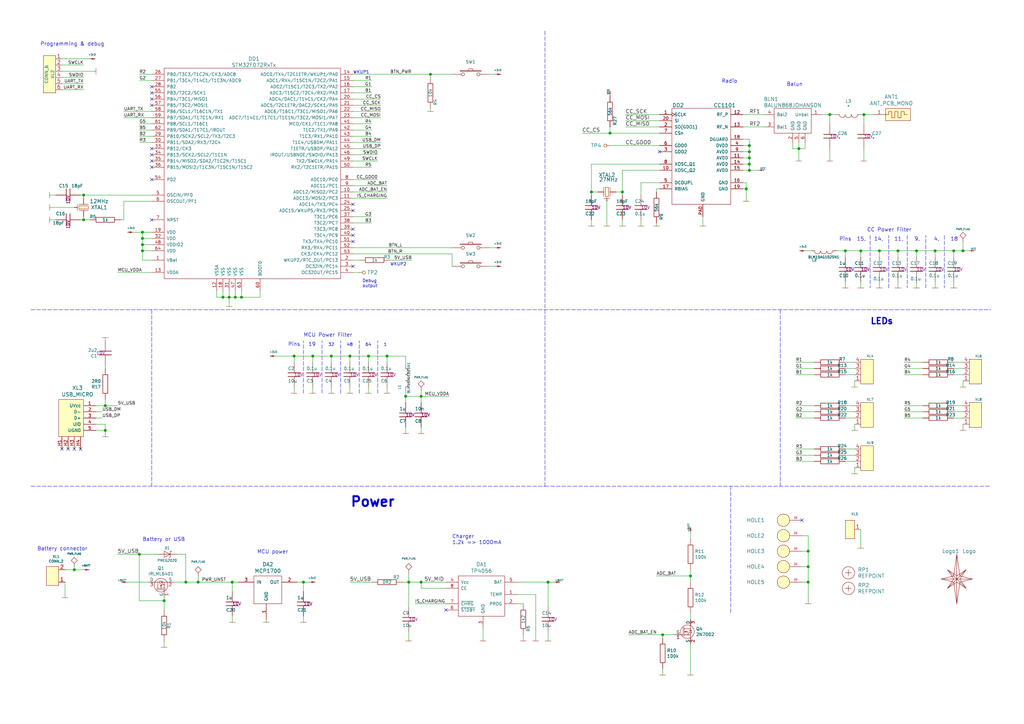
<source format=kicad_sch>
(kicad_sch (version 20210126) (generator eeschema)
  (paper "A3")
  (junction (at 30.48 233.68) (diameter 1.016))
  (junction (at 34.29 80.01) (diameter 1.016))
  (junction (at 34.29 90.17) (diameter 1.016))
  (junction (at 43.18 166.37) (diameter 1.016))
  (junction (at 43.18 176.53) (diameter 1.016))
  (junction (at 57.15 227.33) (diameter 1.016))
  (junction (at 58.42 95.25) (diameter 1.016))
  (junction (at 58.42 97.79) (diameter 1.016))
  (junction (at 58.42 100.33) (diameter 1.016))
  (junction (at 58.42 102.87) (diameter 1.016))
  (junction (at 67.31 246.38) (diameter 1.016))
  (junction (at 76.2 238.76) (diameter 1.016))
  (junction (at 81.28 238.76) (diameter 1.016))
  (junction (at 91.44 121.92) (diameter 1.016))
  (junction (at 93.98 121.92) (diameter 1.016))
  (junction (at 95.25 238.76) (diameter 1.016))
  (junction (at 96.52 121.92) (diameter 1.016))
  (junction (at 99.06 121.92) (diameter 1.016))
  (junction (at 120.65 146.05) (diameter 1.016))
  (junction (at 124.46 238.76) (diameter 1.016))
  (junction (at 128.27 146.05) (diameter 1.016))
  (junction (at 135.89 146.05) (diameter 1.016))
  (junction (at 143.51 146.05) (diameter 1.016))
  (junction (at 151.13 146.05) (diameter 1.016))
  (junction (at 158.75 146.05) (diameter 1.016))
  (junction (at 166.37 162.56) (diameter 1.016))
  (junction (at 167.64 238.76) (diameter 1.016))
  (junction (at 172.72 162.56) (diameter 1.016))
  (junction (at 172.72 238.76) (diameter 1.016))
  (junction (at 176.53 30.48) (diameter 1.016))
  (junction (at 224.79 238.76) (diameter 1.016))
  (junction (at 242.57 78.74) (diameter 1.016))
  (junction (at 250.19 54.61) (diameter 1.016))
  (junction (at 255.27 78.74) (diameter 1.016))
  (junction (at 271.78 260.35) (diameter 1.016))
  (junction (at 283.21 236.22) (diameter 1.016))
  (junction (at 306.07 77.47) (diameter 1.016))
  (junction (at 307.34 59.69) (diameter 1.016))
  (junction (at 307.34 62.23) (diameter 1.016))
  (junction (at 307.34 64.77) (diameter 1.016))
  (junction (at 307.34 67.31) (diameter 1.016))
  (junction (at 307.34 69.85) (diameter 1.016))
  (junction (at 327.66 60.96) (diameter 1.016))
  (junction (at 331.47 226.06) (diameter 1.016))
  (junction (at 331.47 232.41) (diameter 1.016))
  (junction (at 331.47 238.76) (diameter 1.016))
  (junction (at 340.36 46.99) (diameter 1.016))
  (junction (at 346.71 102.87) (diameter 1.016))
  (junction (at 353.06 102.87) (diameter 1.016))
  (junction (at 354.33 46.99) (diameter 1.016))
  (junction (at 360.68 102.87) (diameter 1.016))
  (junction (at 368.3 102.87) (diameter 1.016))
  (junction (at 375.92 102.87) (diameter 1.016))
  (junction (at 383.54 102.87) (diameter 1.016))
  (junction (at 391.16 102.87) (diameter 1.016))
  (junction (at 394.97 102.87) (diameter 1.016))
  (no_connect (at 25.4 184.15))
  (no_connect (at 27.94 184.15))
  (no_connect (at 30.48 184.15))
  (no_connect (at 33.02 184.15))
  (no_connect (at 62.23 35.56))
  (no_connect (at 62.23 38.1))
  (no_connect (at 62.23 40.64))
  (no_connect (at 62.23 43.18))
  (no_connect (at 62.23 60.96))
  (no_connect (at 62.23 63.5))
  (no_connect (at 62.23 66.04))
  (no_connect (at 62.23 68.58))
  (no_connect (at 62.23 73.66))
  (no_connect (at 62.23 90.17))
  (no_connect (at 144.78 83.82))
  (no_connect (at 144.78 86.36))
  (no_connect (at 144.78 93.98))
  (no_connect (at 144.78 96.52))
  (no_connect (at 144.78 99.06))
  (no_connect (at 144.78 109.22))
  (no_connect (at 182.88 250.19))
  (no_connect (at 270.51 62.23))
  (no_connect (at 328.93 213.36))
  (wire (pts (xy 22.86 80.01) (xy 20.32 80.01)))
  (wire (pts (xy 22.86 90.17) (xy 20.32 90.17)))
  (wire (pts (xy 25.4 24.13) (xy 36.83 24.13)))
  (wire (pts (xy 25.4 29.21) (xy 39.37 29.21)))
  (wire (pts (xy 25.4 31.75) (xy 34.29 31.75)))
  (wire (pts (xy 25.4 36.83) (xy 34.29 36.83)))
  (wire (pts (xy 26.67 238.76) (xy 26.67 245.11)))
  (wire (pts (xy 30.48 85.09) (xy 20.32 85.09)))
  (wire (pts (xy 30.48 232.41) (xy 30.48 233.68)))
  (wire (pts (xy 30.48 233.68) (xy 26.67 233.68)))
  (wire (pts (xy 33.02 90.17) (xy 34.29 90.17)))
  (wire (pts (xy 34.29 26.67) (xy 25.4 26.67)))
  (wire (pts (xy 34.29 34.29) (xy 25.4 34.29)))
  (wire (pts (xy 34.29 80.01) (xy 33.02 80.01)))
  (wire (pts (xy 34.29 80.01) (xy 34.29 81.28)))
  (wire (pts (xy 34.29 88.9) (xy 34.29 90.17)))
  (wire (pts (xy 34.29 90.17) (xy 36.83 90.17)))
  (wire (pts (xy 34.29 233.68) (xy 30.48 233.68)))
  (wire (pts (xy 39.37 166.37) (xy 43.18 166.37)))
  (wire (pts (xy 39.37 168.91) (xy 41.91 168.91)))
  (wire (pts (xy 39.37 173.99) (xy 43.18 173.99)))
  (wire (pts (xy 41.91 171.45) (xy 39.37 171.45)))
  (wire (pts (xy 43.18 138.43) (xy 43.18 139.7)))
  (wire (pts (xy 43.18 149.86) (xy 43.18 151.13)))
  (wire (pts (xy 43.18 163.83) (xy 43.18 166.37)))
  (wire (pts (xy 43.18 166.37) (xy 48.26 166.37)))
  (wire (pts (xy 43.18 173.99) (xy 43.18 176.53)))
  (wire (pts (xy 43.18 176.53) (xy 39.37 176.53)))
  (wire (pts (xy 43.18 176.53) (xy 43.18 179.07)))
  (wire (pts (xy 48.26 111.76) (xy 62.23 111.76)))
  (wire (pts (xy 48.26 227.33) (xy 57.15 227.33)))
  (wire (pts (xy 49.53 90.17) (xy 50.8 90.17)))
  (wire (pts (xy 50.8 45.72) (xy 62.23 45.72)))
  (wire (pts (xy 50.8 82.55) (xy 50.8 90.17)))
  (wire (pts (xy 54.61 95.25) (xy 58.42 95.25)))
  (wire (pts (xy 57.15 30.48) (xy 62.23 30.48)))
  (wire (pts (xy 57.15 33.02) (xy 62.23 33.02)))
  (wire (pts (xy 57.15 50.8) (xy 62.23 50.8)))
  (wire (pts (xy 57.15 53.34) (xy 62.23 53.34)))
  (wire (pts (xy 57.15 55.88) (xy 62.23 55.88)))
  (wire (pts (xy 57.15 58.42) (xy 62.23 58.42)))
  (wire (pts (xy 57.15 227.33) (xy 57.15 246.38)))
  (wire (pts (xy 57.15 227.33) (xy 64.77 227.33)))
  (wire (pts (xy 57.15 246.38) (xy 67.31 246.38)))
  (wire (pts (xy 58.42 95.25) (xy 62.23 95.25)))
  (wire (pts (xy 58.42 97.79) (xy 58.42 95.25)))
  (wire (pts (xy 58.42 100.33) (xy 58.42 97.79)))
  (wire (pts (xy 58.42 102.87) (xy 58.42 100.33)))
  (wire (pts (xy 58.42 102.87) (xy 58.42 106.68)))
  (wire (pts (xy 58.42 102.87) (xy 62.23 102.87)))
  (wire (pts (xy 60.96 238.76) (xy 52.07 238.76)))
  (wire (pts (xy 62.23 48.26) (xy 50.8 48.26)))
  (wire (pts (xy 62.23 80.01) (xy 34.29 80.01)))
  (wire (pts (xy 62.23 82.55) (xy 50.8 82.55)))
  (wire (pts (xy 62.23 97.79) (xy 58.42 97.79)))
  (wire (pts (xy 62.23 100.33) (xy 58.42 100.33)))
  (wire (pts (xy 62.23 106.68) (xy 58.42 106.68)))
  (wire (pts (xy 67.31 245.11) (xy 67.31 246.38)))
  (wire (pts (xy 67.31 246.38) (xy 67.31 250.19)))
  (wire (pts (xy 67.31 262.89) (xy 67.31 265.43)))
  (wire (pts (xy 71.12 238.76) (xy 76.2 238.76)))
  (wire (pts (xy 72.39 227.33) (xy 76.2 227.33)))
  (wire (pts (xy 76.2 227.33) (xy 76.2 238.76)))
  (wire (pts (xy 76.2 238.76) (xy 81.28 238.76)))
  (wire (pts (xy 81.28 238.76) (xy 81.28 236.22)))
  (wire (pts (xy 81.28 238.76) (xy 95.25 238.76)))
  (wire (pts (xy 88.9 119.38) (xy 88.9 121.92)))
  (wire (pts (xy 88.9 121.92) (xy 91.44 121.92)))
  (wire (pts (xy 91.44 119.38) (xy 91.44 121.92)))
  (wire (pts (xy 91.44 121.92) (xy 93.98 121.92)))
  (wire (pts (xy 93.98 121.92) (xy 93.98 119.38)))
  (wire (pts (xy 93.98 125.73) (xy 93.98 121.92)))
  (wire (pts (xy 95.25 238.76) (xy 95.25 242.57)))
  (wire (pts (xy 95.25 238.76) (xy 97.79 238.76)))
  (wire (pts (xy 95.25 252.73) (xy 95.25 255.27)))
  (wire (pts (xy 96.52 119.38) (xy 96.52 121.92)))
  (wire (pts (xy 96.52 121.92) (xy 93.98 121.92)))
  (wire (pts (xy 99.06 119.38) (xy 99.06 121.92)))
  (wire (pts (xy 99.06 121.92) (xy 96.52 121.92)))
  (wire (pts (xy 99.06 121.92) (xy 106.68 121.92)))
  (wire (pts (xy 106.68 119.38) (xy 106.68 121.92)))
  (wire (pts (xy 109.22 255.27) (xy 109.22 254)))
  (wire (pts (xy 113.03 146.05) (xy 120.65 146.05)))
  (wire (pts (xy 120.65 146.05) (xy 128.27 146.05)))
  (wire (pts (xy 120.65 148.59) (xy 120.65 146.05)))
  (wire (pts (xy 120.65 158.75) (xy 120.65 161.29)))
  (wire (pts (xy 121.92 238.76) (xy 124.46 238.76)))
  (wire (pts (xy 124.46 238.76) (xy 124.46 242.57)))
  (wire (pts (xy 124.46 238.76) (xy 127 238.76)))
  (wire (pts (xy 124.46 252.73) (xy 124.46 255.27)))
  (wire (pts (xy 128.27 146.05) (xy 135.89 146.05)))
  (wire (pts (xy 128.27 148.59) (xy 128.27 146.05)))
  (wire (pts (xy 128.27 158.75) (xy 128.27 161.29)))
  (wire (pts (xy 135.89 146.05) (xy 143.51 146.05)))
  (wire (pts (xy 135.89 148.59) (xy 135.89 146.05)))
  (wire (pts (xy 135.89 158.75) (xy 135.89 161.29)))
  (wire (pts (xy 143.51 146.05) (xy 151.13 146.05)))
  (wire (pts (xy 143.51 148.59) (xy 143.51 146.05)))
  (wire (pts (xy 143.51 158.75) (xy 143.51 161.29)))
  (wire (pts (xy 143.51 238.76) (xy 152.4 238.76)))
  (wire (pts (xy 144.78 30.48) (xy 176.53 30.48)))
  (wire (pts (xy 144.78 33.02) (xy 152.4 33.02)))
  (wire (pts (xy 144.78 35.56) (xy 152.4 35.56)))
  (wire (pts (xy 144.78 38.1) (xy 152.4 38.1)))
  (wire (pts (xy 144.78 43.18) (xy 156.21 43.18)))
  (wire (pts (xy 144.78 48.26) (xy 156.21 48.26)))
  (wire (pts (xy 144.78 50.8) (xy 152.4 50.8)))
  (wire (pts (xy 144.78 53.34) (xy 152.4 53.34)))
  (wire (pts (xy 144.78 55.88) (xy 152.4 55.88)))
  (wire (pts (xy 144.78 58.42) (xy 156.21 58.42)))
  (wire (pts (xy 144.78 60.96) (xy 156.21 60.96)))
  (wire (pts (xy 144.78 63.5) (xy 154.94 63.5)))
  (wire (pts (xy 144.78 66.04) (xy 154.94 66.04)))
  (wire (pts (xy 144.78 68.58) (xy 152.4 68.58)))
  (wire (pts (xy 144.78 88.9) (xy 152.4 88.9)))
  (wire (pts (xy 144.78 91.44) (xy 152.4 91.44)))
  (wire (pts (xy 144.78 101.6) (xy 185.42 101.6)))
  (wire (pts (xy 144.78 104.14) (xy 185.42 104.14)))
  (wire (pts (xy 144.78 106.68) (xy 147.32 106.68)))
  (wire (pts (xy 144.78 111.76) (xy 147.32 111.76)))
  (wire (pts (xy 151.13 146.05) (xy 151.13 148.59)))
  (wire (pts (xy 151.13 146.05) (xy 158.75 146.05)))
  (wire (pts (xy 151.13 158.75) (xy 151.13 161.29)))
  (wire (pts (xy 154.94 73.66) (xy 144.78 73.66)))
  (wire (pts (xy 156.21 40.64) (xy 144.78 40.64)))
  (wire (pts (xy 156.21 45.72) (xy 144.78 45.72)))
  (wire (pts (xy 158.75 76.2) (xy 144.78 76.2)))
  (wire (pts (xy 158.75 78.74) (xy 144.78 78.74)))
  (wire (pts (xy 158.75 81.28) (xy 144.78 81.28)))
  (wire (pts (xy 158.75 146.05) (xy 166.37 146.05)))
  (wire (pts (xy 158.75 148.59) (xy 158.75 146.05)))
  (wire (pts (xy 158.75 158.75) (xy 158.75 161.29)))
  (wire (pts (xy 160.02 106.68) (xy 168.91 106.68)))
  (wire (pts (xy 165.1 238.76) (xy 167.64 238.76)))
  (wire (pts (xy 166.37 149.86) (xy 166.37 146.05)))
  (wire (pts (xy 166.37 160.02) (xy 166.37 162.56)))
  (wire (pts (xy 166.37 162.56) (xy 166.37 165.1)))
  (wire (pts (xy 166.37 162.56) (xy 172.72 162.56)))
  (wire (pts (xy 166.37 175.26) (xy 166.37 177.8)))
  (wire (pts (xy 167.64 234.95) (xy 167.64 238.76)))
  (wire (pts (xy 167.64 238.76) (xy 167.64 248.92)))
  (wire (pts (xy 167.64 238.76) (xy 172.72 238.76)))
  (wire (pts (xy 167.64 262.89) (xy 167.64 259.08)))
  (wire (pts (xy 170.18 247.65) (xy 182.88 247.65)))
  (wire (pts (xy 172.72 160.02) (xy 172.72 162.56)))
  (wire (pts (xy 172.72 162.56) (xy 172.72 165.1)))
  (wire (pts (xy 172.72 162.56) (xy 184.15 162.56)))
  (wire (pts (xy 172.72 175.26) (xy 172.72 177.8)))
  (wire (pts (xy 172.72 238.76) (xy 182.88 238.76)))
  (wire (pts (xy 172.72 241.3) (xy 172.72 238.76)))
  (wire (pts (xy 176.53 30.48) (xy 176.53 31.75)))
  (wire (pts (xy 176.53 30.48) (xy 185.42 30.48)))
  (wire (pts (xy 176.53 44.45) (xy 176.53 45.72)))
  (wire (pts (xy 182.88 241.3) (xy 172.72 241.3)))
  (wire (pts (xy 185.42 104.14) (xy 185.42 109.22)))
  (wire (pts (xy 198.12 257.81) (xy 198.12 262.89)))
  (wire (pts (xy 200.66 30.48) (xy 203.2 30.48)))
  (wire (pts (xy 200.66 101.6) (xy 203.2 101.6)))
  (wire (pts (xy 200.66 109.22) (xy 203.2 109.22)))
  (wire (pts (xy 212.09 238.76) (xy 224.79 238.76)))
  (wire (pts (xy 212.09 247.65) (xy 214.63 247.65)))
  (wire (pts (xy 214.63 262.89) (xy 214.63 260.35)))
  (wire (pts (xy 219.71 243.84) (xy 212.09 243.84)))
  (wire (pts (xy 219.71 243.84) (xy 219.71 262.89)))
  (wire (pts (xy 224.79 238.76) (xy 227.33 238.76)))
  (wire (pts (xy 224.79 248.92) (xy 224.79 238.76)))
  (wire (pts (xy 224.79 262.89) (xy 224.79 259.08)))
  (wire (pts (xy 238.76 54.61) (xy 250.19 54.61)))
  (wire (pts (xy 242.57 67.31) (xy 242.57 78.74)))
  (wire (pts (xy 242.57 78.74) (xy 242.57 80.01)))
  (wire (pts (xy 242.57 90.17) (xy 242.57 92.71)))
  (wire (pts (xy 245.11 78.74) (xy 242.57 78.74)))
  (wire (pts (xy 248.92 82.55) (xy 248.92 92.71)))
  (wire (pts (xy 250.19 52.07) (xy 250.19 54.61)))
  (wire (pts (xy 250.19 54.61) (xy 270.51 54.61)))
  (wire (pts (xy 250.19 59.69) (xy 270.51 59.69)))
  (wire (pts (xy 252.73 78.74) (xy 255.27 78.74)))
  (wire (pts (xy 255.27 69.85) (xy 270.51 69.85)))
  (wire (pts (xy 255.27 78.74) (xy 255.27 69.85)))
  (wire (pts (xy 255.27 80.01) (xy 255.27 78.74)))
  (wire (pts (xy 255.27 90.17) (xy 255.27 92.71)))
  (wire (pts (xy 256.54 46.99) (xy 270.51 46.99)))
  (wire (pts (xy 256.54 49.53) (xy 270.51 49.53)))
  (wire (pts (xy 256.54 52.07) (xy 270.51 52.07)))
  (wire (pts (xy 257.81 260.35) (xy 271.78 260.35)))
  (wire (pts (xy 262.89 74.93) (xy 262.89 80.01)))
  (wire (pts (xy 262.89 90.17) (xy 262.89 92.71)))
  (wire (pts (xy 269.24 77.47) (xy 270.51 77.47)))
  (wire (pts (xy 269.24 78.74) (xy 269.24 77.47)))
  (wire (pts (xy 269.24 91.44) (xy 269.24 92.71)))
  (wire (pts (xy 269.24 236.22) (xy 283.21 236.22)))
  (wire (pts (xy 270.51 67.31) (xy 242.57 67.31)))
  (wire (pts (xy 270.51 74.93) (xy 262.89 74.93)))
  (wire (pts (xy 271.78 260.35) (xy 271.78 261.62)))
  (wire (pts (xy 271.78 274.32) (xy 271.78 276.86)))
  (wire (pts (xy 276.86 260.35) (xy 271.78 260.35)))
  (wire (pts (xy 283.21 218.44) (xy 283.21 220.98)))
  (wire (pts (xy 283.21 236.22) (xy 283.21 233.68)))
  (wire (pts (xy 283.21 238.76) (xy 283.21 236.22)))
  (wire (pts (xy 283.21 254) (xy 283.21 251.46)))
  (wire (pts (xy 283.21 264.16) (xy 283.21 276.86)))
  (wire (pts (xy 288.29 88.9) (xy 288.29 92.71)))
  (wire (pts (xy 304.8 46.99) (xy 313.69 46.99)))
  (wire (pts (xy 304.8 57.15) (xy 307.34 57.15)))
  (wire (pts (xy 304.8 59.69) (xy 307.34 59.69)))
  (wire (pts (xy 304.8 62.23) (xy 307.34 62.23)))
  (wire (pts (xy 304.8 64.77) (xy 307.34 64.77)))
  (wire (pts (xy 304.8 67.31) (xy 307.34 67.31)))
  (wire (pts (xy 304.8 69.85) (xy 307.34 69.85)))
  (wire (pts (xy 304.8 77.47) (xy 306.07 77.47)))
  (wire (pts (xy 306.07 74.93) (xy 304.8 74.93)))
  (wire (pts (xy 306.07 77.47) (xy 306.07 74.93)))
  (wire (pts (xy 306.07 82.55) (xy 306.07 77.47)))
  (wire (pts (xy 307.34 57.15) (xy 307.34 59.69)))
  (wire (pts (xy 307.34 59.69) (xy 307.34 62.23)))
  (wire (pts (xy 307.34 62.23) (xy 307.34 64.77)))
  (wire (pts (xy 307.34 64.77) (xy 307.34 67.31)))
  (wire (pts (xy 307.34 67.31) (xy 307.34 69.85)))
  (wire (pts (xy 307.34 69.85) (xy 311.15 69.85)))
  (wire (pts (xy 313.69 52.07) (xy 304.8 52.07)))
  (wire (pts (xy 325.12 58.42) (xy 325.12 60.96)))
  (wire (pts (xy 325.12 60.96) (xy 327.66 60.96)))
  (wire (pts (xy 326.39 166.37) (xy 334.01 166.37)))
  (wire (pts (xy 326.39 168.91) (xy 334.01 168.91)))
  (wire (pts (xy 326.39 171.45) (xy 334.01 171.45)))
  (wire (pts (xy 326.39 184.15) (xy 334.01 184.15)))
  (wire (pts (xy 327.66 58.42) (xy 327.66 60.96)))
  (wire (pts (xy 327.66 60.96) (xy 327.66 66.04)))
  (wire (pts (xy 327.66 60.96) (xy 330.2 60.96)))
  (wire (pts (xy 328.93 226.06) (xy 331.47 226.06)))
  (wire (pts (xy 328.93 232.41) (xy 331.47 232.41)))
  (wire (pts (xy 328.93 238.76) (xy 331.47 238.76)))
  (wire (pts (xy 330.2 60.96) (xy 330.2 58.42)))
  (wire (pts (xy 330.2 102.87) (xy 332.74 102.87)))
  (wire (pts (xy 331.47 219.71) (xy 328.93 219.71)))
  (wire (pts (xy 331.47 226.06) (xy 331.47 219.71)))
  (wire (pts (xy 331.47 232.41) (xy 331.47 226.06)))
  (wire (pts (xy 331.47 238.76) (xy 331.47 232.41)))
  (wire (pts (xy 331.47 238.76) (xy 331.47 247.65)))
  (wire (pts (xy 334.01 148.59) (xy 326.39 148.59)))
  (wire (pts (xy 334.01 151.13) (xy 326.39 151.13)))
  (wire (pts (xy 334.01 153.67) (xy 326.39 153.67)))
  (wire (pts (xy 334.01 186.69) (xy 326.39 186.69)))
  (wire (pts (xy 334.01 189.23) (xy 326.39 189.23)))
  (wire (pts (xy 336.55 46.99) (xy 340.36 46.99)))
  (wire (pts (xy 340.36 46.99) (xy 342.9 46.99)))
  (wire (pts (xy 340.36 50.8) (xy 340.36 46.99)))
  (wire (pts (xy 340.36 66.04) (xy 340.36 60.96)))
  (wire (pts (xy 342.9 102.87) (xy 346.71 102.87)))
  (wire (pts (xy 346.71 102.87) (xy 353.06 102.87)))
  (wire (pts (xy 346.71 105.41) (xy 346.71 102.87)))
  (wire (pts (xy 346.71 115.57) (xy 346.71 118.11)))
  (wire (pts (xy 346.71 148.59) (xy 350.52 148.59)))
  (wire (pts (xy 346.71 151.13) (xy 350.52 151.13)))
  (wire (pts (xy 346.71 153.67) (xy 350.52 153.67)))
  (wire (pts (xy 346.71 166.37) (xy 350.52 166.37)))
  (wire (pts (xy 346.71 168.91) (xy 350.52 168.91)))
  (wire (pts (xy 346.71 171.45) (xy 350.52 171.45)))
  (wire (pts (xy 346.71 184.15) (xy 350.52 184.15)))
  (wire (pts (xy 346.71 186.69) (xy 350.52 186.69)))
  (wire (pts (xy 346.71 189.23) (xy 350.52 189.23)))
  (wire (pts (xy 350.52 156.21) (xy 350.52 158.75)))
  (wire (pts (xy 350.52 173.99) (xy 350.52 176.53)))
  (wire (pts (xy 350.52 191.77) (xy 350.52 194.31)))
  (wire (pts (xy 353.06 46.99) (xy 354.33 46.99)))
  (wire (pts (xy 353.06 102.87) (xy 360.68 102.87)))
  (wire (pts (xy 353.06 105.41) (xy 353.06 102.87)))
  (wire (pts (xy 353.06 115.57) (xy 353.06 118.11)))
  (wire (pts (xy 353.06 217.17) (xy 353.06 224.79)))
  (wire (pts (xy 354.33 46.99) (xy 354.33 50.8)))
  (wire (pts (xy 354.33 46.99) (xy 358.14 46.99)))
  (wire (pts (xy 354.33 66.04) (xy 354.33 60.96)))
  (wire (pts (xy 360.68 102.87) (xy 368.3 102.87)))
  (wire (pts (xy 360.68 105.41) (xy 360.68 102.87)))
  (wire (pts (xy 360.68 115.57) (xy 360.68 118.11)))
  (wire (pts (xy 368.3 102.87) (xy 375.92 102.87)))
  (wire (pts (xy 368.3 105.41) (xy 368.3 102.87)))
  (wire (pts (xy 368.3 115.57) (xy 368.3 118.11)))
  (wire (pts (xy 370.84 168.91) (xy 378.46 168.91)))
  (wire (pts (xy 370.84 171.45) (xy 378.46 171.45)))
  (wire (pts (xy 375.92 102.87) (xy 383.54 102.87)))
  (wire (pts (xy 375.92 105.41) (xy 375.92 102.87)))
  (wire (pts (xy 375.92 115.57) (xy 375.92 118.11)))
  (wire (pts (xy 378.46 148.59) (xy 370.84 148.59)))
  (wire (pts (xy 378.46 151.13) (xy 370.84 151.13)))
  (wire (pts (xy 378.46 153.67) (xy 370.84 153.67)))
  (wire (pts (xy 378.46 166.37) (xy 370.84 166.37)))
  (wire (pts (xy 383.54 102.87) (xy 391.16 102.87)))
  (wire (pts (xy 383.54 105.41) (xy 383.54 102.87)))
  (wire (pts (xy 383.54 115.57) (xy 383.54 118.11)))
  (wire (pts (xy 391.16 102.87) (xy 394.97 102.87)))
  (wire (pts (xy 391.16 105.41) (xy 391.16 102.87)))
  (wire (pts (xy 391.16 115.57) (xy 391.16 118.11)))
  (wire (pts (xy 391.16 148.59) (xy 394.97 148.59)))
  (wire (pts (xy 391.16 151.13) (xy 394.97 151.13)))
  (wire (pts (xy 391.16 153.67) (xy 394.97 153.67)))
  (wire (pts (xy 391.16 166.37) (xy 394.97 166.37)))
  (wire (pts (xy 391.16 168.91) (xy 394.97 168.91)))
  (wire (pts (xy 391.16 171.45) (xy 394.97 171.45)))
  (wire (pts (xy 394.97 102.87) (xy 394.97 99.06)))
  (wire (pts (xy 394.97 102.87) (xy 397.51 102.87)))
  (wire (pts (xy 394.97 156.21) (xy 394.97 158.75)))
  (wire (pts (xy 394.97 173.99) (xy 394.97 176.53)))
  (polyline (pts (xy 12.7 127) (xy 406.4 127)) (stroke (width 0) (type dash)))
  (polyline (pts (xy 12.7 199.39) (xy 223.52 199.39)) (stroke (width 0) (type dash)))
  (polyline (pts (xy 62.23 127) (xy 62.23 199.39)) (stroke (width 0) (type dash)))
  (polyline (pts (xy 124.46 161.29) (xy 124.46 139.7)) (stroke (width 0) (type dash)))
  (polyline (pts (xy 132.08 161.29) (xy 132.08 139.7)) (stroke (width 0) (type dash)))
  (polyline (pts (xy 139.7 161.29) (xy 139.7 139.7)) (stroke (width 0) (type dash)))
  (polyline (pts (xy 147.32 161.29) (xy 147.32 139.7)) (stroke (width 0) (type dash)))
  (polyline (pts (xy 154.94 161.29) (xy 154.94 139.7)) (stroke (width 0) (type dash)))
  (polyline (pts (xy 223.52 12.7) (xy 223.52 199.39)) (stroke (width 0) (type dash)))
  (polyline (pts (xy 223.52 199.39) (xy 406.4 199.39)) (stroke (width 0) (type dash)))
  (polyline (pts (xy 299.72 199.39) (xy 299.72 251.46)) (stroke (width 0) (type dash)))
  (polyline (pts (xy 320.04 127) (xy 320.04 199.39)) (stroke (width 0) (type dash)))
  (polyline (pts (xy 356.87 96.52) (xy 356.87 118.11)) (stroke (width 0) (type dash)))
  (polyline (pts (xy 364.49 118.11) (xy 364.49 96.52)) (stroke (width 0) (type dash)))
  (polyline (pts (xy 372.11 96.52) (xy 372.11 118.11)) (stroke (width 0) (type dash)))
  (polyline (pts (xy 379.73 118.11) (xy 379.73 96.52)) (stroke (width 0) (type dash)))
  (polyline (pts (xy 387.35 96.52) (xy 387.35 118.11)) (stroke (width 0) (type dash)))
  (text "Battery connector" (at 15.24 226.06 0) (effects (font (size 1.524 1.524)) (justify left bottom)))
  (text "Programming & debug" (at 16.51 19.05 0) (effects (font (size 1.524 1.524)) (justify left bottom)))
  (text "Battery or USB" (at 58.42 222.25 0) (effects (font (size 1.524 1.524)) (justify left bottom)))
  (text "MCU power" (at 105.41 227.33 0) (effects (font (size 1.524 1.524)) (justify left bottom)))
  (text "Pins" (at 118.11 142.24 0) (effects (font (size 1.524 1.524)) (justify left bottom)))
  (text "MCU Power Filter" (at 124.46 138.43 0) (effects (font (size 1.524 1.524)) (justify left bottom)))
  (text "19" (at 129.54 142.24 180) (effects (font (size 1.524 1.524)) (justify right bottom)))
  (text "32" (at 137.16 142.24 180) (effects (font (size 1.27 1.27)) (justify right bottom)))
  (text "Power" (at 143.51 208.28 0) (effects (font (size 3.9878 3.9878) (thickness 0.7976) bold) (justify left bottom)))
  (text "WKUP1" (at 144.78 30.48 0) (effects (font (size 1.27 1.27)) (justify left bottom)))
  (text "48" (at 144.78 142.24 180) (effects (font (size 1.27 1.27)) (justify right bottom)))
  (text "Debug \noutput" (at 148.59 118.11 0) (effects (font (size 1.27 1.27)) (justify left bottom)))
  (text "64" (at 152.4 142.24 180) (effects (font (size 1.27 1.27)) (justify right bottom)))
  (text "1" (at 158.75 142.24 180) (effects (font (size 1.27 1.27)) (justify right bottom)))
  (text "WKUP2" (at 160.02 109.22 0) (effects (font (size 1.27 1.27)) (justify left bottom)))
  (text "Charger\n1.2k => 1000mA" (at 185.42 223.52 0) (effects (font (size 1.524 1.524)) (justify left bottom)))
  (text "Radio" (at 295.91 34.29 0) (effects (font (size 1.524 1.524)) (justify left bottom)))
  (text "Balun" (at 322.58 35.56 0) (effects (font (size 1.524 1.524)) (justify left bottom)))
  (text "Pins  15,   14,    11,    9,     4,    18" (at 344.17 99.06 0) (effects (font (size 1.524 1.524)) (justify left bottom)))
  (text "CC Power Filter" (at 355.6 95.25 0) (effects (font (size 1.524 1.524)) (justify left bottom)))
  (text "LEDs" (at 356.87 133.35 0) (effects (font (size 2.54 2.54) (thickness 0.508) bold) (justify left bottom)))
  (label "SWCLK" (at 34.29 26.67 180))
  (label "SWDIO" (at 34.29 31.75 180))
  (label "UART_TX" (at 34.29 34.29 180))
  (label "UART_RX" (at 34.29 36.83 180))
  (label "USB_DM" (at 41.91 168.91 0))
  (label "USB_DP" (at 41.91 171.45 0))
  (label "MCU_VDDA" (at 48.26 111.76 0))
  (label "5V_USB" (at 48.26 166.37 0))
  (label "5V_USB" (at 48.26 227.33 0) (effects (font (size 1.524 1.524))))
  (label "UART_TX" (at 50.8 45.72 0))
  (label "UART_RX" (at 50.8 48.26 0))
  (label "R2" (at 57.15 30.48 0))
  (label "G2" (at 57.15 33.02 0))
  (label "G5" (at 57.15 50.8 0))
  (label "B5" (at 57.15 53.34 0))
  (label "B2" (at 57.15 55.88 0))
  (label "R3" (at 57.15 58.42 0))
  (label "PWR_UNST" (at 92.71 238.76 180))
  (label "5V_USB" (at 143.51 238.76 0) (effects (font (size 1.524 1.524))))
  (label "R1" (at 152.4 33.02 180))
  (label "G1" (at 152.4 35.56 180))
  (label "B1" (at 152.4 38.1 180))
  (label "R4" (at 152.4 50.8 180))
  (label "G4" (at 152.4 53.34 180))
  (label "B4" (at 152.4 55.88 180))
  (label "R5" (at 152.4 68.58 180))
  (label "G3" (at 152.4 88.9 180))
  (label "B3" (at 152.4 91.44 180))
  (label "SWDIO" (at 154.94 63.5 180))
  (label "SWCLK" (at 154.94 66.04 180))
  (label "CC_GDO0" (at 154.94 73.66 180))
  (label "CC_CS" (at 156.21 40.64 180))
  (label "CC_SCK" (at 156.21 43.18 180))
  (label "CC_MISO" (at 156.21 45.72 180))
  (label "CC_MOSI" (at 156.21 48.26 180))
  (label "USB_DM" (at 156.21 58.42 180))
  (label "USB_DP" (at 156.21 60.96 180))
  (label "ADC_BAT" (at 158.75 76.2 180))
  (label "ADC_BAT_EN" (at 158.75 78.74 180))
  (label "IS_CHARGING" (at 158.75 81.28 180))
  (label "BTN_PWR" (at 160.02 30.48 0))
  (label "BTN_L" (at 165.1 101.6 180))
  (label "BTN_R" (at 165.1 104.14 180))
  (label "5V_USB" (at 168.91 106.68 180))
  (label "IS_CHARGING" (at 170.18 247.65 0))
  (label "5V_MID" (at 173.99 238.76 0) (effects (font (size 1.524 1.524))))
  (label "MCU_VDDA" (at 184.15 162.56 180))
  (label "CC_CS" (at 238.76 54.61 0) (effects (font (size 1.524 1.524))))
  (label "CC_SCK" (at 256.54 46.99 0) (effects (font (size 1.524 1.524))))
  (label "CC_MOSI" (at 256.54 49.53 0) (effects (font (size 1.524 1.524))))
  (label "CC_MISO" (at 256.54 52.07 0) (effects (font (size 1.524 1.524))))
  (label "CC_GDO0" (at 256.54 59.69 0) (effects (font (size 1.524 1.524))))
  (label "ADC_BAT_EN" (at 257.81 260.35 0))
  (label "ADC_BAT" (at 269.24 236.22 0))
  (label "RF1" (at 307.34 46.99 0) (effects (font (size 1.524 1.524))))
  (label "RF2" (at 307.34 52.07 0) (effects (font (size 1.524 1.524))))
  (label "R1" (at 326.39 148.59 0))
  (label "G1" (at 326.39 151.13 0))
  (label "B1" (at 326.39 153.67 0))
  (label "R2" (at 326.39 166.37 0))
  (label "G2" (at 326.39 168.91 0))
  (label "B2" (at 326.39 171.45 0))
  (label "R3" (at 326.39 184.15 0))
  (label "G3" (at 326.39 186.69 0))
  (label "B3" (at 326.39 189.23 0))
  (label "R4" (at 370.84 148.59 0))
  (label "G4" (at 370.84 151.13 0))
  (label "B4" (at 370.84 153.67 0))
  (label "R5" (at 370.84 166.37 0))
  (label "G5" (at 370.84 168.91 0))
  (label "B5" (at 370.84 171.45 0))
  (symbol (lib_id "power:GND") (at 20.32 80.01 270) (unit 1)
    (property "Reference" "#PWR037" (effects hide))
    (property "Value" "GND" (effects hide))
  )
  (symbol (lib_id "power:GND") (at 20.32 85.09 270) (unit 1)
    (property "Reference" "#PWR038" (effects hide))
    (property "Value" "GND" (effects hide))
  )
  (symbol (lib_id "power:GND") (at 20.32 90.17 270) (unit 1)
    (property "Reference" "#PWR039" (effects hide))
    (property "Value" "GND" (effects hide))
  )
  (symbol (lib_id "power:GND") (at 26.67 245.11 0) (unit 1)
    (property "Reference" "#PWR01" (effects hide))
    (property "Value" "GND" (effects hide))
  )
  (symbol (lib_id "power:+BATT") (at 34.29 233.68 0) (unit 1)
    (property "Reference" "#PWR02" (effects hide))
    (property "Value" "+BATT" (at 35.2552 231.9528 0) (effects (font (size 0.762 0.762))))
  )
  (symbol (lib_id "power:+3v3") (at 36.83 24.13 0) (unit 1)
    (property "Reference" "#PWR03" (effects hide))
    (property "Value" "+3v3" (at 37.7698 22.4028 0) (effects (font (size 0.762 0.762))))
  )
  (symbol (lib_id "power:GND") (at 39.37 29.21 270) (unit 1)
    (property "Reference" "#PWR06" (effects hide))
    (property "Value" "GND" (effects hide))
  )
  (symbol (lib_id "power:GND") (at 43.18 138.43 0) (mirror y) (unit 1)
    (property "Reference" "#PWR04" (effects hide))
    (property "Value" "GND" (effects hide))
  )
  (symbol (lib_id "power:GND") (at 43.18 179.07 0) (unit 1)
    (property "Reference" "#PWR05" (effects hide))
    (property "Value" "GND" (effects hide))
  )
  (symbol (lib_id "power:+BATT") (at 52.07 238.76 0) (mirror y) (unit 1)
    (property "Reference" "#PWR07" (effects hide))
    (property "Value" "+BATT" (at 50.038 237.998 0) (effects (font (size 0.762 0.762))))
  )
  (symbol (lib_id "power:+3v3") (at 54.61 95.25 0) (mirror y) (unit 1)
    (property "Reference" "#PWR019" (effects hide))
    (property "Value" "+3v3" (at 53.6702 93.5228 0) (effects (font (size 0.762 0.762))))
  )
  (symbol (lib_id "power:GND") (at 67.31 265.43 0) (unit 1)
    (property "Reference" "#PWR09" (effects hide))
    (property "Value" "GND" (effects hide))
  )
  (symbol (lib_id "power:GND") (at 93.98 125.73 0) (unit 1)
    (property "Reference" "#PWR016" (effects hide))
    (property "Value" "GND" (effects hide))
  )
  (symbol (lib_id "power:GND") (at 95.25 255.27 0) (unit 1)
    (property "Reference" "#PWR043" (effects hide))
    (property "Value" "GND" (effects hide))
  )
  (symbol (lib_id "power:GND") (at 109.22 255.27 0) (unit 1)
    (property "Reference" "#PWR045" (effects hide))
    (property "Value" "GND" (effects hide))
  )
  (symbol (lib_id "power:+3v3") (at 113.03 146.05 0) (mirror y) (unit 1)
    (property "Reference" "#PWR010" (effects hide))
    (property "Value" "+3v3" (at 112.0902 144.3228 0) (effects (font (size 0.762 0.762))))
  )
  (symbol (lib_id "power:GND") (at 120.65 161.29 0) (unit 1)
    (property "Reference" "#PWR011" (effects hide))
    (property "Value" "GND" (effects hide))
  )
  (symbol (lib_id "power:GND") (at 124.46 255.27 0) (unit 1)
    (property "Reference" "#PWR046" (effects hide))
    (property "Value" "GND" (effects hide))
  )
  (symbol (lib_id "power:+3v3") (at 127 238.76 0) (unit 1)
    (property "Reference" "#PWR048" (effects hide))
    (property "Value" "+3v3" (at 127.9398 237.0328 0) (effects (font (size 0.762 0.762))))
  )
  (symbol (lib_id "power:GND") (at 128.27 161.29 0) (unit 1)
    (property "Reference" "#PWR012" (effects hide))
    (property "Value" "GND" (effects hide))
  )
  (symbol (lib_id "power:GND") (at 135.89 161.29 0) (unit 1)
    (property "Reference" "#PWR014" (effects hide))
    (property "Value" "GND" (effects hide))
  )
  (symbol (lib_id "power:GND") (at 143.51 161.29 0) (unit 1)
    (property "Reference" "#PWR015" (effects hide))
    (property "Value" "GND" (effects hide))
  )
  (symbol (lib_id "power:GND") (at 151.13 161.29 0) (unit 1)
    (property "Reference" "#PWR036" (effects hide))
    (property "Value" "GND" (effects hide))
  )
  (symbol (lib_id "power:GND") (at 158.75 161.29 0) (unit 1)
    (property "Reference" "#PWR017" (effects hide))
    (property "Value" "GND" (effects hide))
  )
  (symbol (lib_id "power:GND") (at 166.37 177.8 0) (unit 1)
    (property "Reference" "#PWR018" (effects hide))
    (property "Value" "GND" (effects hide))
  )
  (symbol (lib_id "power:GND") (at 167.64 262.89 0) (unit 1)
    (property "Reference" "#PWR021" (effects hide))
    (property "Value" "GND" (effects hide))
  )
  (symbol (lib_id "power:GND") (at 172.72 177.8 0) (unit 1)
    (property "Reference" "#PWR020" (effects hide))
    (property "Value" "GND" (effects hide))
  )
  (symbol (lib_id "power:GND") (at 176.53 45.72 0) (unit 1)
    (property "Reference" "#PWR026" (effects hide))
    (property "Value" "GND" (effects hide))
  )
  (symbol (lib_id "power:GND") (at 198.12 262.89 0) (unit 1)
    (property "Reference" "#PWR023" (effects hide))
    (property "Value" "GND" (effects hide))
  )
  (symbol (lib_id "power:+3v3") (at 203.2 30.48 0) (unit 1)
    (property "Reference" "#PWR0101" (effects hide))
    (property "Value" "+3v3" (at 204.1398 28.7528 0) (effects (font (size 0.762 0.762))))
  )
  (symbol (lib_id "power:+3v3") (at 203.2 101.6 0) (unit 1)
    (property "Reference" "#PWR0102" (effects hide))
    (property "Value" "+3v3" (at 204.1398 99.8728 0) (effects (font (size 0.762 0.762))))
  )
  (symbol (lib_id "power:+3v3") (at 203.2 109.22 0) (unit 1)
    (property "Reference" "#PWR0103" (effects hide))
    (property "Value" "+3v3" (at 204.1398 107.4928 0) (effects (font (size 0.762 0.762))))
  )
  (symbol (lib_id "power:GND") (at 214.63 262.89 0) (unit 1)
    (property "Reference" "#PWR028" (effects hide))
    (property "Value" "GND" (effects hide))
  )
  (symbol (lib_id "power:GND") (at 219.71 262.89 0) (unit 1)
    (property "Reference" "#PWR029" (effects hide))
    (property "Value" "GND" (effects hide))
  )
  (symbol (lib_id "power:GND") (at 224.79 262.89 0) (unit 1)
    (property "Reference" "#PWR031" (effects hide))
    (property "Value" "GND" (effects hide))
  )
  (symbol (lib_id "power:+BATT") (at 227.33 238.76 0) (unit 1)
    (property "Reference" "#PWR032" (effects hide))
    (property "Value" "+BATT" (at 229.362 237.998 0) (effects (font (size 0.762 0.762))))
  )
  (symbol (lib_id "power:GND") (at 242.57 92.71 0) (unit 1)
    (property "Reference" "#PWR047" (effects hide))
    (property "Value" "GND" (effects hide))
  )
  (symbol (lib_id "power:GND") (at 248.92 92.71 0) (unit 1)
    (property "Reference" "#PWR050" (effects hide))
    (property "Value" "GND" (effects hide))
  )
  (symbol (lib_id "power:GND") (at 255.27 92.71 0) (unit 1)
    (property "Reference" "#PWR052" (effects hide))
    (property "Value" "GND" (effects hide))
  )
  (symbol (lib_id "power:GND") (at 262.89 92.71 0) (unit 1)
    (property "Reference" "#PWR054" (effects hide))
    (property "Value" "GND" (effects hide))
  )
  (symbol (lib_id "power:GND") (at 269.24 92.71 0) (unit 1)
    (property "Reference" "#PWR055" (effects hide))
    (property "Value" "GND" (effects hide))
  )
  (symbol (lib_id "power:GND") (at 271.78 276.86 0) (unit 1)
    (property "Reference" "#PWR056" (effects hide))
    (property "Value" "GND" (effects hide))
  )
  (symbol (lib_id "power:+BATT") (at 283.21 218.44 90) (unit 1)
    (property "Reference" "#PWR057" (effects hide))
    (property "Value" "+BATT" (at 282.448 216.408 0) (effects (font (size 0.762 0.762))))
  )
  (symbol (lib_id "power:GND") (at 283.21 276.86 0) (unit 1)
    (property "Reference" "#PWR058" (effects hide))
    (property "Value" "GND" (effects hide))
  )
  (symbol (lib_id "power:GND") (at 288.29 92.71 0) (unit 1)
    (property "Reference" "#PWR059" (effects hide))
    (property "Value" "GND" (effects hide))
  )
  (symbol (lib_id "power:GND") (at 306.07 82.55 0) (unit 1)
    (property "Reference" "#PWR061" (effects hide))
    (property "Value" "GND" (effects hide))
  )
  (symbol (lib_id "power:GND") (at 327.66 66.04 0) (unit 1)
    (property "Reference" "#PWR063" (effects hide))
    (property "Value" "GND" (effects hide))
  )
  (symbol (lib_id "power:+3v3") (at 330.2 102.87 0) (mirror y) (unit 1)
    (property "Reference" "#PWR022" (effects hide))
    (property "Value" "+3v3" (at 329.2602 101.1428 0) (effects (font (size 0.762 0.762))))
  )
  (symbol (lib_id "power:GND") (at 331.47 247.65 0) (unit 1)
    (property "Reference" "#PWR064" (effects hide))
    (property "Value" "GND" (effects hide))
  )
  (symbol (lib_id "power:GND") (at 340.36 66.04 0) (unit 1)
    (property "Reference" "#PWR066" (effects hide))
    (property "Value" "GND" (effects hide))
  )
  (symbol (lib_id "power:GND") (at 346.71 118.11 0) (unit 1)
    (property "Reference" "#PWR024" (effects hide))
    (property "Value" "GND" (effects hide))
  )
  (symbol (lib_id "power:GND") (at 350.52 158.75 0) (unit 1)
    (property "Reference" "#PWR034" (effects hide))
    (property "Value" "GND" (effects hide))
  )
  (symbol (lib_id "power:GND") (at 350.52 176.53 0) (unit 1)
    (property "Reference" "#PWR049" (effects hide))
    (property "Value" "GND" (effects hide))
  )
  (symbol (lib_id "power:GND") (at 350.52 194.31 0) (unit 1)
    (property "Reference" "#PWR053" (effects hide))
    (property "Value" "GND" (effects hide))
  )
  (symbol (lib_id "power:GND") (at 353.06 118.11 0) (unit 1)
    (property "Reference" "#PWR025" (effects hide))
    (property "Value" "GND" (effects hide))
  )
  (symbol (lib_id "power:GND") (at 353.06 224.79 0) (unit 1)
    (property "Reference" "#PWR08" (effects hide))
    (property "Value" "GND" (effects hide))
  )
  (symbol (lib_id "power:GND") (at 354.33 66.04 0) (unit 1)
    (property "Reference" "#PWR067" (effects hide))
    (property "Value" "GND" (effects hide))
  )
  (symbol (lib_id "power:GND") (at 360.68 118.11 0) (unit 1)
    (property "Reference" "#PWR027" (effects hide))
    (property "Value" "GND" (effects hide))
  )
  (symbol (lib_id "power:GND") (at 368.3 118.11 0) (unit 1)
    (property "Reference" "#PWR030" (effects hide))
    (property "Value" "GND" (effects hide))
  )
  (symbol (lib_id "power:GND") (at 375.92 118.11 0) (unit 1)
    (property "Reference" "#PWR033" (effects hide))
    (property "Value" "GND" (effects hide))
  )
  (symbol (lib_id "power:GND") (at 383.54 118.11 0) (unit 1)
    (property "Reference" "#PWR040" (effects hide))
    (property "Value" "GND" (effects hide))
  )
  (symbol (lib_id "power:GND") (at 391.16 118.11 0) (unit 1)
    (property "Reference" "#PWR041" (effects hide))
    (property "Value" "GND" (effects hide))
  )
  (symbol (lib_id "power:GND") (at 394.97 158.75 0) (unit 1)
    (property "Reference" "#PWR035" (effects hide))
    (property "Value" "GND" (effects hide))
  )
  (symbol (lib_id "power:GND") (at 394.97 176.53 0) (unit 1)
    (property "Reference" "#PWR051" (effects hide))
    (property "Value" "GND" (effects hide))
  )
  (symbol (lib_id "power:VCC") (at 250.19 39.37 90) (unit 1)
    (property "Reference" "#PWR013" (effects hide))
    (property "Value" "VCC" (at 249.428 37.592 0) (effects (font (size 0.762 0.762))))
  )
  (symbol (lib_id "power:VCC") (at 311.15 69.85 0) (unit 1)
    (property "Reference" "#PWR062" (effects hide))
    (property "Value" "VCC" (at 312.928 69.088 0) (effects (font (size 0.762 0.762))))
  )
  (symbol (lib_id "power:VCC") (at 397.51 102.87 0) (unit 1)
    (property "Reference" "#PWR044" (effects hide))
    (property "Value" "VCC" (at 399.288 102.108 0) (effects (font (size 0.762 0.762))))
  )
  (symbol (lib_name "pcb_details:TESTPOINT_1") (lib_id "pcb_details:TESTPOINT") (at 147.32 111.76 0) (mirror y) (unit 1)
    (property "Reference" "TP2" (at 150.5712 111.76 0) (effects (font (size 1.524 1.524)) (justify right)))
    (property "Value" "TESTPOINT" (effects hide))
    (property "Footprint" "PCB:TESTPOINT_1MM" (effects hide))
    (property "Price" "0" (effects hide))
    (property "SolderPoints" "0" (effects hide))
    (property "DoNotBOM" "1" (effects hide))
  )
  (symbol (lib_id "pcb_details:TESTPOINT") (at 250.19 59.69 0) (unit 1)
    (property "Reference" "TP4" (at 244.475 59.69 0) (effects (font (size 1.524 1.524))))
    (property "Value" "TESTPOINT" (effects hide))
    (property "Footprint" "PCB:TESTPOINT_1MM" (effects hide))
    (property "Price" "0" (effects hide))
    (property "SolderPoints" "0" (effects hide))
    (property "DoNotBOM" "1" (effects hide))
  )
  (symbol (lib_id "power:PWR_FLAG") (at 30.48 232.41 0) (unit 1)
    (property "Reference" "#FLG01" (effects hide))
    (property "Value" "PWR_FLAG" (at 30.48 227.1268 0) (effects (font (size 0.762 0.762))))
  )
  (symbol (lib_id "power:PWR_FLAG") (at 81.28 236.22 0) (unit 1)
    (property "Reference" "#FLG03" (effects hide))
    (property "Value" "PWR_FLAG" (at 81.28 230.378 0) (effects (font (size 0.762 0.762))))
  )
  (symbol (lib_id "power:PWR_FLAG") (at 167.64 234.95 0) (unit 1)
    (property "Reference" "#FLG06" (effects hide))
    (property "Value" "PWR_FLAG" (at 167.64 229.108 0) (effects (font (size 0.762 0.762))))
  )
  (symbol (lib_id "power:PWR_FLAG") (at 172.72 160.02 0) (unit 1)
    (property "Reference" "#FLG05" (effects hide))
    (property "Value" "PWR_FLAG" (at 172.72 154.7368 0) (effects (font (size 0.762 0.762))))
  )
  (symbol (lib_id "power:PWR_FLAG") (at 394.97 99.06 0) (unit 1)
    (property "Reference" "#FLG07" (effects hide))
    (property "Value" "PWR_FLAG" (at 394.97 93.98 0) (effects (font (size 0.762 0.762))))
  )
  (symbol (lib_name "Tittar_kl:L_1") (lib_id "Tittar_kl:L") (at 166.37 154.94 0) (mirror y) (unit 1)
    (property "Reference" "L1" (at 163.83 158.75 90) (effects (font (size 1.016 1.016))))
    (property "Value" "BLM15AG102SN1" (at 167.64 154.94 90) (effects (font (size 1.016 1.016))))
    (property "Footprint" "Inductors:IND_0402" (effects hide))
    (property "Price" "4" (effects hide))
    (property "SolderPoints" "2" (effects hide))
    (property "Type" "Inductor SMD" (effects hide))
    (property "Description" "-" (effects hide))
    (property "PN" "-" (effects hide))
    (property "Tolerance" "20%" (effects hide))
  )
  (symbol (lib_id "Tittar_kl:L") (at 337.82 102.87 270) (mirror x) (unit 1)
    (property "Reference" "L2" (at 334.01 106.68 90) (effects (font (size 1.016 1.016))))
    (property "Value" "BLM15AG102SN1" (at 337.82 105.41 90) (effects (font (size 1.016 1.016))))
    (property "Footprint" "Inductors:IND_0402" (effects hide))
    (property "Price" "4" (effects hide))
    (property "SolderPoints" "2" (effects hide))
    (property "Type" "Inductor SMD" (effects hide))
    (property "Description" "-" (effects hide))
    (property "PN" "-" (effects hide))
    (property "Tolerance" "20%" (effects hide))
  )
  (symbol (lib_name "Tittar_kl:L_2") (lib_id "Tittar_kl:L") (at 347.98 46.99 90) (unit 1)
    (property "Reference" "L3" (at 347.98 41.5036 90))
    (property "Value" "*" (at 347.98 43.815 90))
    (property "Footprint" "Inductors:IND_0402" (effects hide))
    (property "Price" "4" (effects hide))
    (property "SolderPoints" "2" (effects hide))
    (property "Type" "Inductor SMD" (effects hide))
    (property "Description" "-" (effects hide))
    (property "PN" "-" (effects hide))
    (property "Tolerance" "20%" (effects hide))
  )
  (symbol (lib_id "Tittar_kl:D_Shottky") (at 68.58 227.33 0) (unit 1)
    (property "Reference" "D1" (at 68.58 224.79 0) (effects (font (size 1.016 1.016))))
    (property "Value" "PMEG2020" (at 68.58 229.87 0) (effects (font (size 1.016 1.016))))
    (property "Footprint" "Diodes:SOD323" (effects hide))
    (property "SolderPoints" "2" (effects hide))
    (property "Price" "5" (effects hide))
    (property "PN" "NSR0320MW2T1G " (effects hide))
    (property "URL" "https://www.terraelectronica.ru/product/323723" (effects hide))
  )
  (symbol (lib_id "pcb_details:REFPOINT") (at 347.98 234.95 0) (unit 1)
    (property "Reference" "RP1" (at 351.79 233.68 0) (effects (font (size 1.524 1.524)) (justify left)))
    (property "Value" "REFPOINT" (at 351.79 236.22 0) (effects (font (size 1.524 1.524)) (justify left)))
    (property "Footprint" "PCB:REF_POINT_1MM" (effects hide))
    (property "DoNotBOM" "1" (effects hide))
  )
  (symbol (lib_id "pcb_details:REFPOINT") (at 347.98 241.3 0) (unit 1)
    (property "Reference" "RP2" (at 351.79 240.03 0) (effects (font (size 1.524 1.524)) (justify left)))
    (property "Value" "REFPOINT" (at 351.79 242.57 0) (effects (font (size 1.524 1.524)) (justify left)))
    (property "Footprint" "PCB:REF_POINT_1MM" (effects hide))
    (property "DoNotBOM" "1" (effects hide))
  )
  (symbol (lib_id "Tittar_kl:R") (at 43.18 90.17 270) (mirror x) (unit 1)
    (property "Reference" "R5" (at 38.1 88.9 90))
    (property "Value" "1k" (at 43.18 90.17 90))
    (property "Footprint" "Resistors:RES_0603" (effects hide))
    (property "Price" "0.5" (effects hide))
    (property "SolderPoints" "2" (effects hide))
    (property "Description" "1% resistor" (effects hide))
    (property "PN" "-" (effects hide))
    (property "Tolerance" "1%" (effects hide))
    (property "Type" "Resistor" (effects hide))
  )
  (symbol (lib_id "Tittar_kl:R") (at 43.18 157.48 180) (unit 1)
    (property "Reference" "R17" (at 41.4274 158.6484 0) (effects (justify left)))
    (property "Value" "2R0" (at 41.4274 156.337 0) (effects (justify left)))
    (property "Footprint" "Resistors:RES_0603" (effects hide))
    (property "Price" "0.5" (effects hide))
    (property "SolderPoints" "2" (effects hide))
    (property "Description" "1% resistor" (effects hide))
    (property "PN" "-" (effects hide))
    (property "Tolerance" "1%" (effects hide))
    (property "Type" "Resistor" (effects hide))
  )
  (symbol (lib_id "Tittar_kl:R") (at 67.31 256.54 0) (unit 1)
    (property "Reference" "R1" (at 69.342 256.54 90))
    (property "Value" "10k" (at 67.31 256.54 90))
    (property "Footprint" "Resistors:RES_0603" (effects hide))
    (property "Price" "0.5" (effects hide))
    (property "SolderPoints" "2" (effects hide))
    (property "Description" "1% resistor" (effects hide))
    (property "PN" "-" (effects hide))
    (property "Tolerance" "1%" (effects hide))
    (property "Type" "Resistor" (effects hide))
  )
  (symbol (lib_id "Tittar_kl:R") (at 153.67 106.68 90) (unit 1)
    (property "Reference" "R3" (at 158.75 105.41 90))
    (property "Value" "1k" (at 153.67 106.68 90))
    (property "Footprint" "Resistors:RES_0603" (effects hide))
    (property "Price" "0.5" (effects hide))
    (property "SolderPoints" "2" (effects hide))
    (property "Description" "1% resistor" (effects hide))
    (property "PN" "-" (effects hide))
    (property "Tolerance" "1%" (effects hide))
    (property "Type" "Resistor" (effects hide))
  )
  (symbol (lib_id "Tittar_kl:R") (at 158.75 238.76 90) (unit 1)
    (property "Reference" "R2" (at 162.56 236.728 90))
    (property "Value" "0R2" (at 158.75 238.76 90))
    (property "Footprint" "Resistors:RES_1206" (effects hide))
    (property "Price" "0.5" (effects hide))
    (property "SolderPoints" "2" (effects hide))
    (property "Description" "1% resistor" (effects hide))
    (property "PN" "-" (effects hide))
    (property "Tolerance" "1%" (effects hide))
    (property "Type" "Resistor" (effects hide))
  )
  (symbol (lib_id "Tittar_kl:R") (at 176.53 38.1 0) (unit 1)
    (property "Reference" "R4" (at 178.562 41.91 90))
    (property "Value" "10k" (at 176.53 38.1 90))
    (property "Footprint" "Resistors:RES_0603" (effects hide))
    (property "Price" "0.5" (effects hide))
    (property "SolderPoints" "2" (effects hide))
    (property "Description" "1% resistor" (effects hide))
    (property "PN" "-" (effects hide))
    (property "Tolerance" "1%" (effects hide))
    (property "Type" "Resistor" (effects hide))
  )
  (symbol (lib_id "Tittar_kl:R") (at 214.63 254 0) (unit 1)
    (property "Reference" "R6" (at 216.662 257.81 90))
    (property "Value" "1k2" (at 214.63 254 90))
    (property "Footprint" "Resistors:RES_0603" (effects hide))
    (property "Price" "0.5" (effects hide))
    (property "SolderPoints" "2" (effects hide))
    (property "Description" "1% resistor" (effects hide))
    (property "PN" "-" (effects hide))
    (property "Tolerance" "1%" (effects hide))
    (property "Type" "Resistor" (effects hide))
  )
  (symbol (lib_id "Tittar_kl:R") (at 250.19 45.72 0) (unit 1)
    (property "Reference" "R27" (at 252.222 49.53 90))
    (property "Value" "56k" (at 250.19 45.72 90))
    (property "Footprint" "Resistors:RES_0603" (effects hide))
    (property "Price" "0.5" (effects hide))
    (property "SolderPoints" "2" (effects hide))
    (property "Description" "1% resistor" (effects hide))
    (property "PN" "-" (effects hide))
    (property "Tolerance" "1%" (effects hide))
    (property "Type" "Resistor" (effects hide))
  )
  (symbol (lib_id "Tittar_kl:R") (at 269.24 85.09 0) (unit 1)
    (property "Reference" "R9" (at 271.272 88.9 90))
    (property "Value" "56k" (at 269.24 85.09 90))
    (property "Footprint" "Resistors:RES_0603" (effects hide))
    (property "Price" "0.5" (effects hide))
    (property "SolderPoints" "2" (effects hide))
    (property "Description" "1% resistor" (effects hide))
    (property "PN" "-" (effects hide))
    (property "Tolerance" "1%" (effects hide))
    (property "Type" "Resistor" (effects hide))
  )
  (symbol (lib_id "Tittar_kl:R") (at 271.78 267.97 0) (unit 1)
    (property "Reference" "R10" (at 273.5326 266.8016 0) (effects (justify left)))
    (property "Value" "100k" (at 273.5326 269.113 0) (effects (justify left)))
    (property "Footprint" "Resistors:RES_0603" (effects hide))
    (property "Price" "0.5" (effects hide))
    (property "SolderPoints" "2" (effects hide))
    (property "Description" "1% resistor" (effects hide))
    (property "PN" "-" (effects hide))
    (property "Tolerance" "1%" (effects hide))
    (property "Type" "Resistor" (effects hide))
  )
  (symbol (lib_id "Tittar_kl:R") (at 283.21 227.33 0) (unit 1)
    (property "Reference" "R11" (at 284.9626 226.1616 0) (effects (justify left)))
    (property "Value" "100k" (at 284.9626 228.473 0) (effects (justify left)))
    (property "Footprint" "Resistors:RES_0603" (effects hide))
    (property "Price" "0.5" (effects hide))
    (property "SolderPoints" "2" (effects hide))
    (property "Description" "1% resistor" (effects hide))
    (property "PN" "-" (effects hide))
    (property "Tolerance" "1%" (effects hide))
    (property "Type" "Resistor" (effects hide))
  )
  (symbol (lib_id "Tittar_kl:R") (at 283.21 245.11 0) (unit 1)
    (property "Reference" "R12" (at 284.9626 243.9416 0) (effects (justify left)))
    (property "Value" "100k" (at 284.9626 246.253 0) (effects (justify left)))
    (property "Footprint" "Resistors:RES_0603" (effects hide))
    (property "Price" "0.5" (effects hide))
    (property "SolderPoints" "2" (effects hide))
    (property "Description" "1% resistor" (effects hide))
    (property "PN" "-" (effects hide))
    (property "Tolerance" "1%" (effects hide))
    (property "Type" "Resistor" (effects hide))
  )
  (symbol (lib_id "Tittar_kl:R") (at 340.36 148.59 90) (unit 1)
    (property "Reference" "R7" (at 345.44 147.32 90))
    (property "Value" "1k" (at 340.36 148.59 90))
    (property "Footprint" "Resistors:RES_0603" (effects hide))
    (property "Price" "0.5" (effects hide))
    (property "SolderPoints" "2" (effects hide))
    (property "Description" "1% resistor" (effects hide))
    (property "PN" "-" (effects hide))
    (property "Tolerance" "1%" (effects hide))
    (property "Type" "Resistor" (effects hide))
  )
  (symbol (lib_id "Tittar_kl:R") (at 340.36 151.13 90) (unit 1)
    (property "Reference" "R13" (at 345.44 149.86 90))
    (property "Value" "1k" (at 340.36 151.13 90))
    (property "Footprint" "Resistors:RES_0603" (effects hide))
    (property "Price" "0.5" (effects hide))
    (property "SolderPoints" "2" (effects hide))
    (property "Description" "1% resistor" (effects hide))
    (property "PN" "-" (effects hide))
    (property "Tolerance" "1%" (effects hide))
    (property "Type" "Resistor" (effects hide))
  )
  (symbol (lib_id "Tittar_kl:R") (at 340.36 153.67 90) (unit 1)
    (property "Reference" "R15" (at 345.44 152.4 90))
    (property "Value" "1k" (at 340.36 153.67 90))
    (property "Footprint" "Resistors:RES_0603" (effects hide))
    (property "Price" "0.5" (effects hide))
    (property "SolderPoints" "2" (effects hide))
    (property "Description" "1% resistor" (effects hide))
    (property "PN" "-" (effects hide))
    (property "Tolerance" "1%" (effects hide))
    (property "Type" "Resistor" (effects hide))
  )
  (symbol (lib_id "Tittar_kl:R") (at 340.36 166.37 90) (unit 1)
    (property "Reference" "R18" (at 345.44 165.1 90))
    (property "Value" "1k" (at 340.36 166.37 90))
    (property "Footprint" "Resistors:RES_0603" (effects hide))
    (property "Price" "0.5" (effects hide))
    (property "SolderPoints" "2" (effects hide))
    (property "Description" "1% resistor" (effects hide))
    (property "PN" "-" (effects hide))
    (property "Tolerance" "1%" (effects hide))
    (property "Type" "Resistor" (effects hide))
  )
  (symbol (lib_id "Tittar_kl:R") (at 340.36 168.91 90) (unit 1)
    (property "Reference" "R20" (at 345.44 167.64 90))
    (property "Value" "1k" (at 340.36 168.91 90))
    (property "Footprint" "Resistors:RES_0603" (effects hide))
    (property "Price" "0.5" (effects hide))
    (property "SolderPoints" "2" (effects hide))
    (property "Description" "1% resistor" (effects hide))
    (property "PN" "-" (effects hide))
    (property "Tolerance" "1%" (effects hide))
    (property "Type" "Resistor" (effects hide))
  )
  (symbol (lib_id "Tittar_kl:R") (at 340.36 171.45 90) (unit 1)
    (property "Reference" "R22" (at 345.44 170.18 90))
    (property "Value" "1k" (at 340.36 171.45 90))
    (property "Footprint" "Resistors:RES_0603" (effects hide))
    (property "Price" "0.5" (effects hide))
    (property "SolderPoints" "2" (effects hide))
    (property "Description" "1% resistor" (effects hide))
    (property "PN" "-" (effects hide))
    (property "Tolerance" "1%" (effects hide))
    (property "Type" "Resistor" (effects hide))
  )
  (symbol (lib_id "Tittar_kl:R") (at 340.36 184.15 90) (unit 1)
    (property "Reference" "R24" (at 345.44 182.88 90))
    (property "Value" "1k" (at 340.36 184.15 90))
    (property "Footprint" "Resistors:RES_0603" (effects hide))
    (property "Price" "0.5" (effects hide))
    (property "SolderPoints" "2" (effects hide))
    (property "Description" "1% resistor" (effects hide))
    (property "PN" "-" (effects hide))
    (property "Tolerance" "1%" (effects hide))
    (property "Type" "Resistor" (effects hide))
  )
  (symbol (lib_id "Tittar_kl:R") (at 340.36 186.69 90) (unit 1)
    (property "Reference" "R25" (at 345.44 185.42 90))
    (property "Value" "1k" (at 340.36 186.69 90))
    (property "Footprint" "Resistors:RES_0603" (effects hide))
    (property "Price" "0.5" (effects hide))
    (property "SolderPoints" "2" (effects hide))
    (property "Description" "1% resistor" (effects hide))
    (property "PN" "-" (effects hide))
    (property "Tolerance" "1%" (effects hide))
    (property "Type" "Resistor" (effects hide))
  )
  (symbol (lib_id "Tittar_kl:R") (at 340.36 189.23 90) (unit 1)
    (property "Reference" "R26" (at 345.44 187.96 90))
    (property "Value" "1k" (at 340.36 189.23 90))
    (property "Footprint" "Resistors:RES_0603" (effects hide))
    (property "Price" "0.5" (effects hide))
    (property "SolderPoints" "2" (effects hide))
    (property "Description" "1% resistor" (effects hide))
    (property "PN" "-" (effects hide))
    (property "Tolerance" "1%" (effects hide))
    (property "Type" "Resistor" (effects hide))
  )
  (symbol (lib_id "Tittar_kl:R") (at 384.81 148.59 90) (unit 1)
    (property "Reference" "R8" (at 389.89 147.32 90))
    (property "Value" "1k" (at 384.81 148.59 90))
    (property "Footprint" "Resistors:RES_0603" (effects hide))
    (property "Price" "0.5" (effects hide))
    (property "SolderPoints" "2" (effects hide))
    (property "Description" "1% resistor" (effects hide))
    (property "PN" "-" (effects hide))
    (property "Tolerance" "1%" (effects hide))
    (property "Type" "Resistor" (effects hide))
  )
  (symbol (lib_id "Tittar_kl:R") (at 384.81 151.13 90) (unit 1)
    (property "Reference" "R14" (at 389.89 149.86 90))
    (property "Value" "1k" (at 384.81 151.13 90))
    (property "Footprint" "Resistors:RES_0603" (effects hide))
    (property "Price" "0.5" (effects hide))
    (property "SolderPoints" "2" (effects hide))
    (property "Description" "1% resistor" (effects hide))
    (property "PN" "-" (effects hide))
    (property "Tolerance" "1%" (effects hide))
    (property "Type" "Resistor" (effects hide))
  )
  (symbol (lib_id "Tittar_kl:R") (at 384.81 153.67 90) (unit 1)
    (property "Reference" "R16" (at 389.89 152.4 90))
    (property "Value" "1k" (at 384.81 153.67 90))
    (property "Footprint" "Resistors:RES_0603" (effects hide))
    (property "Price" "0.5" (effects hide))
    (property "SolderPoints" "2" (effects hide))
    (property "Description" "1% resistor" (effects hide))
    (property "PN" "-" (effects hide))
    (property "Tolerance" "1%" (effects hide))
    (property "Type" "Resistor" (effects hide))
  )
  (symbol (lib_id "Tittar_kl:R") (at 384.81 166.37 90) (unit 1)
    (property "Reference" "R19" (at 389.89 165.1 90))
    (property "Value" "1k" (at 384.81 166.37 90))
    (property "Footprint" "Resistors:RES_0603" (effects hide))
    (property "Price" "0.5" (effects hide))
    (property "SolderPoints" "2" (effects hide))
    (property "Description" "1% resistor" (effects hide))
    (property "PN" "-" (effects hide))
    (property "Tolerance" "1%" (effects hide))
    (property "Type" "Resistor" (effects hide))
  )
  (symbol (lib_id "Tittar_kl:R") (at 384.81 168.91 90) (unit 1)
    (property "Reference" "R21" (at 389.89 167.64 90))
    (property "Value" "1k" (at 384.81 168.91 90))
    (property "Footprint" "Resistors:RES_0603" (effects hide))
    (property "Price" "0.5" (effects hide))
    (property "SolderPoints" "2" (effects hide))
    (property "Description" "1% resistor" (effects hide))
    (property "PN" "-" (effects hide))
    (property "Tolerance" "1%" (effects hide))
    (property "Type" "Resistor" (effects hide))
  )
  (symbol (lib_id "Tittar_kl:R") (at 384.81 171.45 90) (unit 1)
    (property "Reference" "R23" (at 389.89 170.18 90))
    (property "Value" "1k" (at 384.81 171.45 90))
    (property "Footprint" "Resistors:RES_0603" (effects hide))
    (property "Price" "0.5" (effects hide))
    (property "SolderPoints" "2" (effects hide))
    (property "Description" "1% resistor" (effects hide))
    (property "PN" "-" (effects hide))
    (property "Tolerance" "1%" (effects hide))
    (property "Type" "Resistor" (effects hide))
  )
  (symbol (lib_id "BtnsSwitches:BUTTON") (at 193.04 30.48 0) (unit 1)
    (property "Reference" "SW1" (at 193.04 25.4 0))
    (property "Value" "BUTTON" (effects hide))
    (property "Footprint" "BtnsSwitches:BTN_4x4_SMD" (effects hide))
  )
  (symbol (lib_id "BtnsSwitches:BUTTON") (at 193.04 101.6 0) (unit 1)
    (property "Reference" "SW2" (at 193.04 96.52 0))
    (property "Value" "BUTTON" (effects hide))
    (property "Footprint" "BtnsSwitches:BTN_4x4_SMD" (effects hide))
  )
  (symbol (lib_id "BtnsSwitches:BUTTON") (at 193.04 109.22 0) (unit 1)
    (property "Reference" "SW3" (at 193.04 104.14 0))
    (property "Value" "BUTTON" (effects hide))
    (property "Footprint" "BtnsSwitches:BTN_4x4_SMD" (effects hide))
  )
  (symbol (lib_id "Tittar_kl:CRYSTAL_H") (at 34.29 85.09 270) (unit 1)
    (property "Reference" "XTAL1" (at 40.64 85.09 90) (effects (font (size 1.524 1.524))))
    (property "Value" "12MHz" (at 40.64 82.55 90) (effects (font (size 1.524 1.524))))
    (property "Footprint" "Quartz:03225C4" (effects hide))
    (property "Price" "15" (effects hide))
    (property "SolderPoints" "4" (effects hide))
  )
  (symbol (lib_name "Tittar_kl:CRYSTAL_H_1") (lib_id "Tittar_kl:CRYSTAL_H") (at 248.92 78.74 0) (unit 1)
    (property "Reference" "XTAL2" (at 248.92 71.755 0) (effects (font (size 1.524 1.524))))
    (property "Value" "27MHz" (at 249.555 73.66 0) (effects (font (size 1.524 1.524))))
    (property "Footprint" "Quartz:03225C4" (effects hide))
    (property "Price" "15" (effects hide))
    (property "SolderPoints" "4" (effects hide))
  )
  (symbol (lib_id "Connectors_kl:CONN_1") (at 347.98 217.17 0) (mirror y) (unit 1)
    (property "Reference" "XL5" (at 350.52 210.82 0) (effects (font (size 1.016 1.016))))
    (property "Value" "CONN_1" (effects hide))
    (property "Footprint" "Connectors:PLS-1Square" (effects hide))
  )
  (symbol (lib_id "pcb_details:HOLE_METALLED") (at 321.31 213.36 0) (unit 1)
    (property "Reference" "HOLE1" (at 309.88 213.36 0) (effects (font (size 1.524 1.524))))
    (property "Value" "HOLE_METALLED" (effects hide))
    (property "Footprint" "PCB:Hole2d4_out4d4mm" (effects hide))
    (property "Price" "0" (effects hide))
    (property "SolderPoints" "0" (effects hide))
    (property "DoNotBOM" "1" (effects hide))
  )
  (symbol (lib_name "pcb_details:HOLE_METALLED_3") (lib_id "pcb_details:HOLE_METALLED") (at 321.31 219.71 0) (unit 1)
    (property "Reference" "HOLE2" (at 309.88 219.71 0) (effects (font (size 1.524 1.524))))
    (property "Value" "HOLE_METALLED" (effects hide))
    (property "Footprint" "PCB:Hole2d4_out4d4mm" (effects hide))
    (property "Price" "0" (effects hide))
    (property "SolderPoints" "0" (effects hide))
    (property "DoNotBOM" "1" (effects hide))
  )
  (symbol (lib_name "pcb_details:HOLE_METALLED_4") (lib_id "pcb_details:HOLE_METALLED") (at 321.31 226.06 0) (unit 1)
    (property "Reference" "HOLE3" (at 309.88 226.06 0) (effects (font (size 1.524 1.524))))
    (property "Value" "HOLE_METALLED" (effects hide))
    (property "Footprint" "PCB:Hole2d4_out4d4mm" (effects hide))
    (property "Price" "0" (effects hide))
    (property "SolderPoints" "0" (effects hide))
    (property "DoNotBOM" "1" (effects hide))
  )
  (symbol (lib_name "pcb_details:HOLE_METALLED_2") (lib_id "pcb_details:HOLE_METALLED") (at 321.31 232.41 0) (unit 1)
    (property "Reference" "HOLE4" (at 309.88 232.41 0) (effects (font (size 1.524 1.524))))
    (property "Value" "HOLE_METALLED" (effects hide))
    (property "Footprint" "PCB:Hole2d4_out4d4mm" (effects hide))
    (property "Price" "0" (effects hide))
    (property "SolderPoints" "0" (effects hide))
    (property "DoNotBOM" "1" (effects hide))
  )
  (symbol (lib_name "pcb_details:HOLE_METALLED_1") (lib_id "pcb_details:HOLE_METALLED") (at 321.31 238.76 0) (unit 1)
    (property "Reference" "HOLE5" (at 309.88 238.76 0) (effects (font (size 1.524 1.524))))
    (property "Value" "HOLE_METALLED" (effects hide))
    (property "Footprint" "PCB:Hole2d4_out4d4mm" (effects hide))
    (property "Price" "0" (effects hide))
    (property "SolderPoints" "0" (effects hide))
    (property "DoNotBOM" "1" (effects hide))
  )
  (symbol (lib_name "Tittar_kl:C_22") (lib_id "Tittar_kl:C") (at 27.94 80.01 270) (unit 1)
    (property "Reference" "C15" (at 24.13 76.2 90) (effects (justify left)))
    (property "Value" "18pF" (at 29.21 76.2 90) (effects (justify left)))
    (property "Footprint" "Capacitors:CAP_0603_Silks" (effects hide))
    (property "Price" "0.5" (effects hide))
    (property "SolderPoints" "2" (effects hide))
    (property "Description" "X5R or X7R capacitor, 6.3V or higher" (effects hide))
    (property "Type" "Capacitor SMD" (effects hide))
    (property "PN" "-" (effects hide))
    (property "Manufacturer" "-" (effects hide))
    (property "Dielectric" "X5R or X7R" (effects hide))
    (property "Tolerance" "20%" (effects hide))
    (property "Voltage" "10V" (at 27.94 80.01 0) (effects (justify left)))
  )
  (symbol (lib_name "Tittar_kl:C_23") (lib_id "Tittar_kl:C") (at 27.94 90.17 270) (unit 1)
    (property "Reference" "C16" (at 22.86 87.63 90) (effects (justify left)))
    (property "Value" "18pF" (at 21.59 91.44 90) (effects (justify left)))
    (property "Footprint" "Capacitors:CAP_0603_Silks" (effects hide))
    (property "Price" "0.5" (effects hide))
    (property "SolderPoints" "2" (effects hide))
    (property "Description" "X5R or X7R capacitor, 6.3V or higher" (effects hide))
    (property "Type" "Capacitor SMD" (effects hide))
    (property "PN" "-" (effects hide))
    (property "Manufacturer" "-" (effects hide))
    (property "Dielectric" "X5R or X7R" (effects hide))
    (property "Tolerance" "20%" (effects hide))
    (property "Voltage" "10V" (at 27.94 90.17 0) (effects (justify left)))
  )
  (symbol (lib_id "Tittar_kl:C") (at 43.18 144.78 180) (unit 1)
    (property "Reference" "C1" (at 39.878 145.9484 0) (effects (justify left)))
    (property "Value" "2u2" (at 39.878 143.637 0) (effects (justify left)))
    (property "Footprint" "Capacitors:CAP_0603_Silks" (effects hide))
    (property "Price" "0.5" (effects hide))
    (property "SolderPoints" "2" (effects hide))
    (property "Description" "X5R or X7R capacitor, 6.3V or higher" (effects hide))
    (property "Type" "Capacitor SMD" (effects hide))
    (property "PN" "-" (effects hide))
    (property "Manufacturer" "-" (effects hide))
    (property "Dielectric" "X5R or X7R" (effects hide))
    (property "Tolerance" "20%" (effects hide))
    (property "Voltage" "10V" (at 43.18 144.78 0) (effects (justify left)))
  )
  (symbol (lib_name "Tittar_kl:C_25") (lib_id "Tittar_kl:C") (at 95.25 247.65 0) (unit 1)
    (property "Reference" "C20" (at 92.71 250.19 0) (effects (justify left)))
    (property "Value" "1u" (at 92.71 245.11 0) (effects (justify left)))
    (property "Footprint" "Capacitors:CAP_0603_Silks" (effects hide))
    (property "Price" "0.5" (effects hide))
    (property "SolderPoints" "2" (effects hide))
    (property "Description" "X5R or X7R capacitor, 6.3V or higher" (effects hide))
    (property "Type" "Capacitor SMD" (effects hide))
    (property "PN" "-" (effects hide))
    (property "Manufacturer" "-" (effects hide))
    (property "Dielectric" "X5R or X7R" (effects hide))
    (property "Tolerance" "20%" (effects hide))
    (property "Voltage" "10V" (at 95.25 247.65 0) (effects (justify left)))
  )
  (symbol (lib_name "Tittar_kl:C_1") (lib_id "Tittar_kl:C") (at 120.65 153.67 0) (mirror x) (unit 1)
    (property "Reference" "C2" (at 118.11 151.13 0) (effects (justify left)))
    (property "Value" "10u" (at 118.11 156.21 0) (effects (justify left)))
    (property "Footprint" "Capacitors:CAP_0603_Silks" (effects hide))
    (property "Price" "0.5" (effects hide))
    (property "SolderPoints" "2" (effects hide))
    (property "PN" "-" (effects hide))
    (property "URL" "https://www.terraelectronica.ru/catalog.php?ID=1155&search=cl10a106mq8nnnc" (effects hide))
    (property "Description" "X5R or X7R capacitor, 6.3V or higher" (effects hide))
    (property "Type" "Capacitor SMD" (effects hide))
    (property "Manufacturer" "-" (effects hide))
    (property "Dielectric" "X5R or X7R" (effects hide))
    (property "Tolerance" "20%" (effects hide))
    (property "Voltage" "10V" (at 120.65 153.67 0) (effects (justify left)))
  )
  (symbol (lib_name "Tittar_kl:C_10") (lib_id "Tittar_kl:C") (at 124.46 247.65 0) (unit 1)
    (property "Reference" "C21" (at 121.92 250.19 0) (effects (justify left)))
    (property "Value" "1u" (at 121.92 245.11 0) (effects (justify left)))
    (property "Footprint" "Capacitors:CAP_0603_Silks" (effects hide))
    (property "Price" "0.5" (effects hide))
    (property "SolderPoints" "2" (effects hide))
    (property "Description" "X5R or X7R capacitor, 6.3V or higher" (effects hide))
    (property "Type" "Capacitor SMD" (effects hide))
    (property "PN" "-" (effects hide))
    (property "Manufacturer" "-" (effects hide))
    (property "Dielectric" "X5R or X7R" (effects hide))
    (property "Tolerance" "20%" (effects hide))
    (property "Voltage" "10V" (at 124.46 247.65 0) (effects (justify left)))
  )
  (symbol (lib_name "Tittar_kl:C_9") (lib_id "Tittar_kl:C") (at 128.27 153.67 0) (unit 1)
    (property "Reference" "C3" (at 125.73 156.21 0) (effects (justify left)))
    (property "Value" "0.1u" (at 125.73 151.13 0) (effects (justify left)))
    (property "Footprint" "Capacitors:CAP_0603_Silks" (effects hide))
    (property "Price" "0.5" (effects hide))
    (property "SolderPoints" "2" (effects hide))
    (property "Description" "X5R or X7R capacitor, 6.3V or higher" (effects hide))
    (property "Type" "Capacitor SMD" (effects hide))
    (property "PN" "-" (effects hide))
    (property "Manufacturer" "-" (effects hide))
    (property "Dielectric" "X5R or X7R" (effects hide))
    (property "Tolerance" "20%" (effects hide))
    (property "Voltage" "10V" (at 128.27 153.67 0) (effects (justify left)))
  )
  (symbol (lib_name "Tittar_kl:C_8") (lib_id "Tittar_kl:C") (at 135.89 153.67 0) (unit 1)
    (property "Reference" "C4" (at 133.35 156.21 0) (effects (justify left)))
    (property "Value" "0.1u" (at 133.35 151.13 0) (effects (justify left)))
    (property "Footprint" "Capacitors:CAP_0603_Silks" (effects hide))
    (property "Price" "0.5" (effects hide))
    (property "SolderPoints" "2" (effects hide))
    (property "Description" "X5R or X7R capacitor, 6.3V or higher" (effects hide))
    (property "Type" "Capacitor SMD" (effects hide))
    (property "PN" "-" (effects hide))
    (property "Manufacturer" "-" (effects hide))
    (property "Dielectric" "X5R or X7R" (effects hide))
    (property "Tolerance" "20%" (effects hide))
    (property "Voltage" "10V" (at 135.89 153.67 0) (effects (justify left)))
  )
  (symbol (lib_name "Tittar_kl:C_7") (lib_id "Tittar_kl:C") (at 143.51 153.67 0) (unit 1)
    (property "Reference" "C5" (at 140.97 156.21 0) (effects (justify left)))
    (property "Value" "0.1u" (at 140.97 151.13 0) (effects (justify left)))
    (property "Footprint" "Capacitors:CAP_0603_Silks" (effects hide))
    (property "Price" "0.5" (effects hide))
    (property "SolderPoints" "2" (effects hide))
    (property "Description" "X5R or X7R capacitor, 6.3V or higher" (effects hide))
    (property "Type" "Capacitor SMD" (effects hide))
    (property "PN" "-" (effects hide))
    (property "Manufacturer" "-" (effects hide))
    (property "Dielectric" "X5R or X7R" (effects hide))
    (property "Tolerance" "20%" (effects hide))
    (property "Voltage" "10V" (at 143.51 153.67 0) (effects (justify left)))
  )
  (symbol (lib_name "Tittar_kl:C_17") (lib_id "Tittar_kl:C") (at 151.13 153.67 0) (unit 1)
    (property "Reference" "C25" (at 148.59 156.21 0) (effects (justify left)))
    (property "Value" "0.1u" (at 148.59 151.13 0) (effects (justify left)))
    (property "Footprint" "Capacitors:CAP_0603_Silks" (effects hide))
    (property "Price" "0.5" (effects hide))
    (property "SolderPoints" "2" (effects hide))
    (property "Description" "X5R or X7R capacitor, 6.3V or higher" (effects hide))
    (property "Type" "Capacitor SMD" (effects hide))
    (property "PN" "-" (effects hide))
    (property "Manufacturer" "-" (effects hide))
    (property "Dielectric" "X5R or X7R" (effects hide))
    (property "Tolerance" "20%" (effects hide))
    (property "Voltage" "10V" (at 151.13 153.67 0) (effects (justify left)))
  )
  (symbol (lib_name "Tittar_kl:C_16") (lib_id "Tittar_kl:C") (at 158.75 153.67 0) (unit 1)
    (property "Reference" "C6" (at 156.21 156.21 0) (effects (justify left)))
    (property "Value" "0.1u" (at 156.21 151.13 0) (effects (justify left)))
    (property "Footprint" "Capacitors:CAP_0603_Silks" (effects hide))
    (property "Price" "0.5" (effects hide))
    (property "SolderPoints" "2" (effects hide))
    (property "Description" "X5R or X7R capacitor, 6.3V or higher" (effects hide))
    (property "Type" "Capacitor SMD" (effects hide))
    (property "PN" "-" (effects hide))
    (property "Manufacturer" "-" (effects hide))
    (property "Dielectric" "X5R or X7R" (effects hide))
    (property "Tolerance" "20%" (effects hide))
    (property "Voltage" "10V" (at 158.75 153.67 0) (effects (justify left)))
  )
  (symbol (lib_name "Tittar_kl:C_14") (lib_id "Tittar_kl:C") (at 166.37 170.18 0) (unit 1)
    (property "Reference" "C7" (at 163.83 172.72 0) (effects (justify left)))
    (property "Value" "1u" (at 163.83 167.64 0) (effects (justify left)))
    (property "Footprint" "Capacitors:CAP_0603_Silks" (effects hide))
    (property "Price" "0.5" (effects hide))
    (property "SolderPoints" "2" (effects hide))
    (property "Description" "X5R or X7R capacitor, 6.3V or higher" (effects hide))
    (property "Type" "Capacitor SMD" (effects hide))
    (property "PN" "-" (effects hide))
    (property "Manufacturer" "-" (effects hide))
    (property "Dielectric" "X5R or X7R" (effects hide))
    (property "Tolerance" "20%" (effects hide))
    (property "Voltage" "10V" (at 166.37 170.18 0) (effects (justify left)))
  )
  (symbol (lib_name "Tittar_kl:C_24") (lib_id "Tittar_kl:C") (at 167.64 254 0) (mirror x) (unit 1)
    (property "Reference" "C9" (at 165.1 251.46 0) (effects (justify left)))
    (property "Value" "10u" (at 165.1 256.54 0) (effects (justify left)))
    (property "Footprint" "Capacitors:CAP_0603_Silks" (effects hide))
    (property "Price" "0.5" (effects hide))
    (property "SolderPoints" "2" (effects hide))
    (property "PN" "-" (effects hide))
    (property "URL" "https://www.terraelectronica.ru/catalog.php?ID=1155&search=cl10a106mq8nnnc" (effects hide))
    (property "Description" "X5R or X7R capacitor, 6.3V or higher" (effects hide))
    (property "Type" "Capacitor SMD" (effects hide))
    (property "Manufacturer" "-" (effects hide))
    (property "Dielectric" "X5R or X7R" (effects hide))
    (property "Tolerance" "20%" (effects hide))
    (property "Voltage" "10V" (at 167.64 254 0) (effects (justify left)))
  )
  (symbol (lib_name "Tittar_kl:C_15") (lib_id "Tittar_kl:C") (at 172.72 170.18 0) (unit 1)
    (property "Reference" "C8" (at 170.18 172.72 0) (effects (justify left)))
    (property "Value" "10n" (at 170.18 167.64 0) (effects (justify left)))
    (property "Footprint" "Capacitors:CAP_0603_Silks" (effects hide))
    (property "Price" "0.5" (effects hide))
    (property "SolderPoints" "2" (effects hide))
    (property "Description" "X5R or X7R capacitor, 6.3V or higher" (effects hide))
    (property "Type" "Capacitor SMD" (effects hide))
    (property "PN" "-" (effects hide))
    (property "Manufacturer" "-" (effects hide))
    (property "Dielectric" "X5R or X7R" (effects hide))
    (property "Tolerance" "20%" (effects hide))
    (property "Voltage" "10V" (at 172.72 170.18 0) (effects (justify left)))
  )
  (symbol (lib_name "Tittar_kl:C_26") (lib_id "Tittar_kl:C") (at 224.79 254 0) (mirror x) (unit 1)
    (property "Reference" "C14" (at 222.25 251.46 0) (effects (justify left)))
    (property "Value" "10u" (at 222.25 256.54 0) (effects (justify left)))
    (property "Footprint" "Capacitors:CAP_0603_Silks" (effects hide))
    (property "Price" "0.5" (effects hide))
    (property "SolderPoints" "2" (effects hide))
    (property "PN" "-" (effects hide))
    (property "URL" "https://www.terraelectronica.ru/catalog.php?ID=1155&search=cl10a106mq8nnnc" (effects hide))
    (property "Description" "X5R or X7R capacitor, 6.3V or higher" (effects hide))
    (property "Type" "Capacitor SMD" (effects hide))
    (property "Manufacturer" "-" (effects hide))
    (property "Dielectric" "X5R or X7R" (effects hide))
    (property "Tolerance" "20%" (effects hide))
    (property "Voltage" "10V" (at 224.79 254 0) (effects (justify left)))
  )
  (symbol (lib_name "Tittar_kl:C_12") (lib_id "Tittar_kl:C") (at 242.57 85.09 0) (unit 1)
    (property "Reference" "C22" (at 240.03 87.63 0) (effects (justify left)))
    (property "Value" "18pF" (at 240.03 82.55 0) (effects (justify left)))
    (property "Footprint" "Capacitors:CAP_0603_Silks" (effects hide))
    (property "Price" "0.5" (effects hide))
    (property "SolderPoints" "2" (effects hide))
    (property "Description" "X5R or X7R capacitor, 6.3V or higher" (effects hide))
    (property "Type" "Capacitor SMD" (effects hide))
    (property "PN" "-" (effects hide))
    (property "Manufacturer" "-" (effects hide))
    (property "Dielectric" "X5R or X7R" (effects hide))
    (property "Tolerance" "20%" (effects hide))
    (property "Voltage" "10V" (at 242.57 85.09 0) (effects (justify left)))
  )
  (symbol (lib_name "Tittar_kl:C_11") (lib_id "Tittar_kl:C") (at 255.27 85.09 0) (unit 1)
    (property "Reference" "C23" (at 252.73 87.63 0) (effects (justify left)))
    (property "Value" "18pF" (at 252.73 82.55 0) (effects (justify left)))
    (property "Footprint" "Capacitors:CAP_0603_Silks" (effects hide))
    (property "Price" "0.5" (effects hide))
    (property "SolderPoints" "2" (effects hide))
    (property "Description" "X5R or X7R capacitor, 6.3V or higher" (effects hide))
    (property "Type" "Capacitor SMD" (effects hide))
    (property "PN" "-" (effects hide))
    (property "Manufacturer" "-" (effects hide))
    (property "Dielectric" "X5R or X7R" (effects hide))
    (property "Tolerance" "20%" (effects hide))
    (property "Voltage" "10V" (at 255.27 85.09 0) (effects (justify left)))
  )
  (symbol (lib_name "Tittar_kl:C_13") (lib_id "Tittar_kl:C") (at 262.89 85.09 0) (mirror x) (unit 1)
    (property "Reference" "C24" (at 260.35 82.55 0) (effects (justify left)))
    (property "Value" "0.1u" (at 260.35 87.63 0) (effects (justify left)))
    (property "Footprint" "Capacitors:CAP_0603_Silks" (effects hide))
    (property "Price" "0.5" (effects hide))
    (property "SolderPoints" "2" (effects hide))
    (property "Description" "X5R or X7R capacitor, 6.3V or higher" (effects hide))
    (property "Type" "Capacitor SMD" (effects hide))
    (property "PN" "-" (effects hide))
    (property "Manufacturer" "-" (effects hide))
    (property "Dielectric" "X5R or X7R" (effects hide))
    (property "Tolerance" "20%" (effects hide))
    (property "Voltage" "10V" (at 262.89 85.09 0) (effects (justify left)))
  )
  (symbol (lib_name "Tittar_kl:C_18") (lib_id "Tittar_kl:C") (at 340.36 55.88 0) (unit 1)
    (property "Reference" "C26" (at 343.662 54.7116 0) (effects (justify left)))
    (property "Value" "*" (at 343.662 57.023 0) (effects (justify left)))
    (property "Footprint" "Capacitors:CAP_0402" (effects hide))
    (property "Price" "0.5" (effects hide))
    (property "SolderPoints" "2" (effects hide))
    (property "Description" "X5R or X7R capacitor, 6.3V or higher" (effects hide))
    (property "Type" "Capacitor SMD" (effects hide))
    (property "PN" "-" (effects hide))
    (property "Manufacturer" "-" (effects hide))
    (property "Dielectric" "X5R or X7R" (effects hide))
    (property "Tolerance" "20%" (effects hide))
    (property "Voltage" "10V" (at 340.36 55.88 0) (effects (justify left)))
  )
  (symbol (lib_name "Tittar_kl:C_6") (lib_id "Tittar_kl:C") (at 346.71 110.49 0) (unit 1)
    (property "Reference" "C10" (at 344.17 113.03 0) (effects (justify left)))
    (property "Value" "1u" (at 344.17 107.95 0) (effects (justify left)))
    (property "Footprint" "Capacitors:CAP_0603_Silks" (effects hide))
    (property "Price" "0.5" (effects hide))
    (property "SolderPoints" "2" (effects hide))
    (property "Description" "X5R or X7R capacitor, 6.3V or higher" (effects hide))
    (property "Type" "Capacitor SMD" (effects hide))
    (property "PN" "-" (effects hide))
    (property "Manufacturer" "-" (effects hide))
    (property "Dielectric" "X5R or X7R" (effects hide))
    (property "Tolerance" "20%" (effects hide))
    (property "Voltage" "10V" (at 346.71 110.49 0) (effects (justify left)))
  )
  (symbol (lib_name "Tittar_kl:C_20") (lib_id "Tittar_kl:C") (at 353.06 110.49 0) (unit 1)
    (property "Reference" "C11" (at 350.52 107.95 0) (effects (justify left)))
    (property "Value" "0.1u" (at 350.52 113.03 0) (effects (justify left)))
    (property "Footprint" "Capacitors:CAP_0603_Silks" (effects hide))
    (property "Price" "0.5" (effects hide))
    (property "SolderPoints" "2" (effects hide))
    (property "Description" "X5R or X7R capacitor, 6.3V or higher" (effects hide))
    (property "Type" "Capacitor SMD" (effects hide))
    (property "PN" "-" (effects hide))
    (property "Manufacturer" "-" (effects hide))
    (property "Dielectric" "X5R or X7R" (effects hide))
    (property "Tolerance" "20%" (effects hide))
    (property "Voltage" "10V" (at 353.06 110.49 0) (effects (justify left)))
  )
  (symbol (lib_name "Tittar_kl:C_19") (lib_id "Tittar_kl:C") (at 354.33 55.88 0) (unit 1)
    (property "Reference" "C27" (at 357.632 54.7116 0) (effects (justify left)))
    (property "Value" "*" (at 357.632 57.023 0) (effects (justify left)))
    (property "Footprint" "Capacitors:CAP_0402" (effects hide))
    (property "Price" "0.5" (effects hide))
    (property "SolderPoints" "2" (effects hide))
    (property "Description" "X5R or X7R capacitor, 6.3V or higher" (effects hide))
    (property "Type" "Capacitor SMD" (effects hide))
    (property "PN" "-" (effects hide))
    (property "Manufacturer" "-" (effects hide))
    (property "Dielectric" "X5R or X7R" (effects hide))
    (property "Tolerance" "20%" (effects hide))
    (property "Voltage" "10V" (at 354.33 55.88 0) (effects (justify left)))
  )
  (symbol (lib_name "Tittar_kl:C_21") (lib_id "Tittar_kl:C") (at 360.68 110.49 0) (unit 1)
    (property "Reference" "C12" (at 358.14 107.95 0) (effects (justify left)))
    (property "Value" "0.1u" (at 358.14 114.3 0) (effects (justify left)))
    (property "Footprint" "Capacitors:CAP_0603_Silks" (effects hide))
    (property "Price" "0.5" (effects hide))
    (property "SolderPoints" "2" (effects hide))
    (property "Description" "X5R or X7R capacitor, 6.3V or higher" (effects hide))
    (property "Type" "Capacitor SMD" (effects hide))
    (property "PN" "-" (effects hide))
    (property "Manufacturer" "-" (effects hide))
    (property "Dielectric" "X5R or X7R" (effects hide))
    (property "Tolerance" "20%" (effects hide))
    (property "Voltage" "10V" (at 360.68 110.49 0) (effects (justify left)))
  )
  (symbol (lib_name "Tittar_kl:C_4") (lib_id "Tittar_kl:C") (at 368.3 110.49 0) (unit 1)
    (property "Reference" "C13" (at 365.76 107.95 0) (effects (justify left)))
    (property "Value" "0.1u" (at 365.76 113.03 0) (effects (justify left)))
    (property "Footprint" "Capacitors:CAP_0603_Silks" (effects hide))
    (property "Price" "0.5" (effects hide))
    (property "SolderPoints" "2" (effects hide))
    (property "Description" "X5R or X7R capacitor, 6.3V or higher" (effects hide))
    (property "Type" "Capacitor SMD" (effects hide))
    (property "PN" "-" (effects hide))
    (property "Manufacturer" "-" (effects hide))
    (property "Dielectric" "X5R or X7R" (effects hide))
    (property "Tolerance" "20%" (effects hide))
    (property "Voltage" "10V" (at 368.3 110.49 0) (effects (justify left)))
  )
  (symbol (lib_name "Tittar_kl:C_5") (lib_id "Tittar_kl:C") (at 375.92 110.49 0) (unit 1)
    (property "Reference" "C17" (at 373.38 107.95 0) (effects (justify left)))
    (property "Value" "0.1u" (at 373.38 114.3 0) (effects (justify left)))
    (property "Footprint" "Capacitors:CAP_0603_Silks" (effects hide))
    (property "Price" "0.5" (effects hide))
    (property "SolderPoints" "2" (effects hide))
    (property "Description" "X5R or X7R capacitor, 6.3V or higher" (effects hide))
    (property "Type" "Capacitor SMD" (effects hide))
    (property "PN" "-" (effects hide))
    (property "Manufacturer" "-" (effects hide))
    (property "Dielectric" "X5R or X7R" (effects hide))
    (property "Tolerance" "20%" (effects hide))
    (property "Voltage" "10V" (at 375.92 110.49 0) (effects (justify left)))
  )
  (symbol (lib_name "Tittar_kl:C_2") (lib_id "Tittar_kl:C") (at 383.54 110.49 0) (unit 1)
    (property "Reference" "C18" (at 381 107.95 0) (effects (justify left)))
    (property "Value" "0.1u" (at 381 113.03 0) (effects (justify left)))
    (property "Footprint" "Capacitors:CAP_0603_Silks" (effects hide))
    (property "Price" "0.5" (effects hide))
    (property "SolderPoints" "2" (effects hide))
    (property "Description" "X5R or X7R capacitor, 6.3V or higher" (effects hide))
    (property "Type" "Capacitor SMD" (effects hide))
    (property "PN" "-" (effects hide))
    (property "Manufacturer" "-" (effects hide))
    (property "Dielectric" "X5R or X7R" (effects hide))
    (property "Tolerance" "20%" (effects hide))
    (property "Voltage" "10V" (at 383.54 110.49 0) (effects (justify left)))
  )
  (symbol (lib_name "Tittar_kl:C_3") (lib_id "Tittar_kl:C") (at 391.16 110.49 0) (unit 1)
    (property "Reference" "C19" (at 388.62 107.95 0) (effects (justify left)))
    (property "Value" "0.1u" (at 388.62 113.03 0) (effects (justify left)))
    (property "Footprint" "Capacitors:CAP_0603_Silks" (effects hide))
    (property "Price" "0.5" (effects hide))
    (property "SolderPoints" "2" (effects hide))
    (property "Description" "X5R or X7R capacitor, 6.3V or higher" (effects hide))
    (property "Type" "Capacitor SMD" (effects hide))
    (property "PN" "-" (effects hide))
    (property "Manufacturer" "-" (effects hide))
    (property "Dielectric" "X5R or X7R" (effects hide))
    (property "Tolerance" "20%" (effects hide))
    (property "Voltage" "10V" (at 391.16 110.49 0) (effects (justify left)))
  )
  (symbol (lib_id "Connectors_kl:CONN_2") (at 21.59 236.22 180) (unit 1)
    (property "Reference" "XL1" (at 23.0124 228.2698 0) (effects (font (size 1.016 1.016))))
    (property "Value" "CONN_2" (at 23.0124 230.2002 0) (effects (font (size 1.016 1.016))))
    (property "Footprint" "Connectors:SLD_2_2D5" (effects hide))
  )
  (symbol (lib_id "Antennas_kl:ANT_PCB_MONO") (at 363.22 46.99 0) (unit 1)
    (property "Reference" "ANT1" (at 365.5822 39.7002 0) (effects (font (size 1.524 1.524))))
    (property "Value" "ANT_PCB_MONO" (at 365.5822 42.3926 0) (effects (font (size 1.524 1.524))))
    (property "Footprint" "Antennas:Firefly_868" (effects hide))
    (property "Price" "0" (effects hide))
    (property "SolderPoints" "0" (effects hide))
  )
  (symbol (lib_id "Connectors_kl:CONN_4") (at 355.6 152.4 180) (unit 1)
    (property "Reference" "XL4" (at 356.87 146.05 0) (effects (font (size 1.016 1.016))))
    (property "Value" "CONN_4" (effects hide))
    (property "Footprint" "Connectors:WB-04(MW-4M)" (effects hide))
    (property "SolderPoints" "0" (effects hide))
    (property "SolderPointsDIP" "4" (effects hide))
  )
  (symbol (lib_id "Connectors_kl:CONN_4") (at 355.6 170.18 180) (unit 1)
    (property "Reference" "XL7" (at 356.87 163.83 0) (effects (font (size 1.016 1.016))))
    (property "Value" "CONN_4" (effects hide))
    (property "Footprint" "Connectors:WB-04(MW-4M)" (effects hide))
    (property "SolderPoints" "0" (effects hide))
    (property "SolderPointsDIP" "4" (effects hide))
  )
  (symbol (lib_id "Connectors_kl:CONN_4") (at 355.6 187.96 180) (unit 1)
    (property "Reference" "XL9" (at 356.87 181.61 0) (effects (font (size 1.016 1.016))))
    (property "Value" "CONN_4" (effects hide))
    (property "Footprint" "Connectors:WB-04(MW-4M)" (effects hide))
    (property "SolderPoints" "0" (effects hide))
    (property "SolderPointsDIP" "4" (effects hide))
  )
  (symbol (lib_id "Connectors_kl:CONN_4") (at 400.05 152.4 180) (unit 1)
    (property "Reference" "XL6" (at 401.32 146.05 0) (effects (font (size 1.016 1.016))))
    (property "Value" "CONN_4" (effects hide))
    (property "Footprint" "Connectors:WB-04(MW-4M)" (effects hide))
    (property "SolderPoints" "0" (effects hide))
    (property "SolderPointsDIP" "4" (effects hide))
  )
  (symbol (lib_id "Connectors_kl:CONN_4") (at 400.05 170.18 180) (unit 1)
    (property "Reference" "XL8" (at 401.32 163.83 0) (effects (font (size 1.016 1.016))))
    (property "Value" "CONN_4" (effects hide))
    (property "Footprint" "Connectors:WB-04(MW-4M)" (effects hide))
    (property "SolderPoints" "0" (effects hide))
    (property "SolderPointsDIP" "4" (effects hide))
  )
  (symbol (lib_id "Transistors_kl:P_3PIN") (at 66.04 240.03 0) (mirror y) (unit 1)
    (property "Reference" "Q1" (at 66.04 233.045 0))
    (property "Value" "IRLML6401" (at 66.04 235.3564 0))
    (property "Footprint" "SOT:SOT23-3" (effects hide))
    (property "SolderPoints" "3" (effects hide))
    (property "Price" "5" (effects hide))
  )
  (symbol (lib_id "Transistors_kl:N_3PIN") (at 281.94 259.08 0) (mirror x) (unit 1)
    (property "Reference" "Q4" (at 285.4452 257.9116 0) (effects (justify left)))
    (property "Value" "2N7002" (at 285.4452 260.223 0) (effects (justify left)))
    (property "Footprint" "SOT:SOT23-3" (effects hide))
    (property "SolderPoints" "3" (effects hide))
  )
  (symbol (lib_id "Connectors_kl:CONN_6") (at 20.32 30.48 0) (mirror y) (unit 1)
    (property "Reference" "XL2" (at 21.59 30.48 90))
    (property "Value" "CONN_6" (at 19.05 30.48 90))
    (property "Footprint" "Connectors:PLS-6_LOCK" (effects hide))
    (property "SolderPointsDIP" "6" (effects hide))
    (property "SolderPoints" "0" (effects hide))
  )
  (symbol (lib_id "pcb_details:Logo") (at 392.43 237.49 0) (unit 1)
    (property "Reference" "Logo1" (at 389.89 226.06 0) (effects (font (size 1.524 1.524))))
    (property "Value" "Logo" (at 397.51 226.06 0) (effects (font (size 1.524 1.524))))
    (property "Footprint" "Pictures:Ostranna_16d9_13d5" (effects hide))
  )
  (symbol (lib_id "Connectors_kl:USB_MINI_B") (at 34.29 171.45 0) (unit 1)
    (property "Reference" "XL3" (at 31.7754 159.0802 0) (effects (font (size 1.524 1.524))))
    (property "Value" "USB_MICRO" (at 31.7754 161.7726 0) (effects (font (size 1.524 1.524))))
    (property "Footprint" "Connectors:USBmicro_MOLEX_1050170001" (effects hide))
    (property "PN" "105017-0001" (effects hide))
    (property "SolderPoints" "9" (effects hide))
    (property "Price" "40" (effects hide))
    (property "URL" "https://www.terraelectronica.ru/product/556367" (effects hide))
  )
  (symbol (lib_id "RF_ICs:BALUN868JOHANSON") (at 325.12 49.53 0) (unit 1)
    (property "Reference" "BLN1" (at 316.23 40.64 0) (effects (font (size 1.524 1.524))))
    (property "Value" "BALUN868JOHANSON" (at 325.12 43.18 0) (effects (font (size 1.524 1.524))))
    (property "Footprint" "Radio:BALUN_JOHANSON868" (effects hide))
    (property "PN" "0896BM15A0001E" (effects hide))
    (property "URL" "http://onelec.ru/products/0896bm15a0001e-52ab3408-7c12-4b8c-99ab-cc294cdc1e18" (effects hide))
    (property "SolderPoints" "6" (effects hide))
  )
  (symbol (lib_id "Power_kl:MCP1700") (at 109.22 242.57 0) (unit 1)
    (property "Reference" "DA2" (at 109.855 231.4702 0) (effects (font (size 1.524 1.524))))
    (property "Value" "MCP1700" (at 109.855 234.1626 0) (effects (font (size 1.524 1.524))))
    (property "Footprint" "SOT:SOT23-3A" (effects hide))
    (property "Datasheet" "D:/Datasheets/Power/Linear regulators/MC7800-D 30V 1A out5V.pdf" (effects hide))
    (property "Price" "10" (effects hide))
    (property "SolderPoints" "3" (effects hide))
    (property "PN" "MCP1700T-3302E/TT" (effects hide))
  )
  (symbol (lib_id "Power_kl:TP4056") (at 198.12 245.11 0) (unit 1)
    (property "Reference" "DA1" (at 197.485 231.4702 0) (effects (font (size 1.524 1.524))))
    (property "Value" "TP4056" (at 197.485 234.1626 0) (effects (font (size 1.524 1.524))))
    (property "Footprint" "SO_DIL_TSSOP:SO8_150MIL" (effects hide))
    (property "SolderPoints" "8" (effects hide))
    (property "Price" "5" (effects hide))
  )
  (symbol (lib_id "RF_ICs:CC1101") (at 289.56 63.5 0) (unit 1)
    (property "Reference" "DD2" (at 278.13 43.18 0) (effects (font (size 1.524 1.524))))
    (property "Value" "CC1101" (at 297.18 43.18 0) (effects (font (size 1.524 1.524))))
    (property "Footprint" "QFN_DFN:QFN20" (effects hide))
    (property "URL" "http://" (effects hide))
    (property "Price" "140" (effects hide))
    (property "SolderPoints" "21" (effects hide))
  )
  (symbol (lib_id "st_kl:STM32F072RxTx") (at 102.87 68.58 0) (unit 1)
    (property "Reference" "DD1" (at 104.14 24.13 0) (effects (font (size 1.524 1.524))))
    (property "Value" "STM32F072RxTx" (at 104.14 26.67 0) (effects (font (size 1.524 1.524))))
    (property "Footprint" "LQFP_TQFP:LQFP64" (effects hide))
    (property "PN" "stm32f072R8t6" (effects hide))
    (property "URL" "http://" (effects hide))
    (property "Price" "170" (effects hide))
    (property "SolderPoints" "64" (effects hide))
  )
)
</source>
